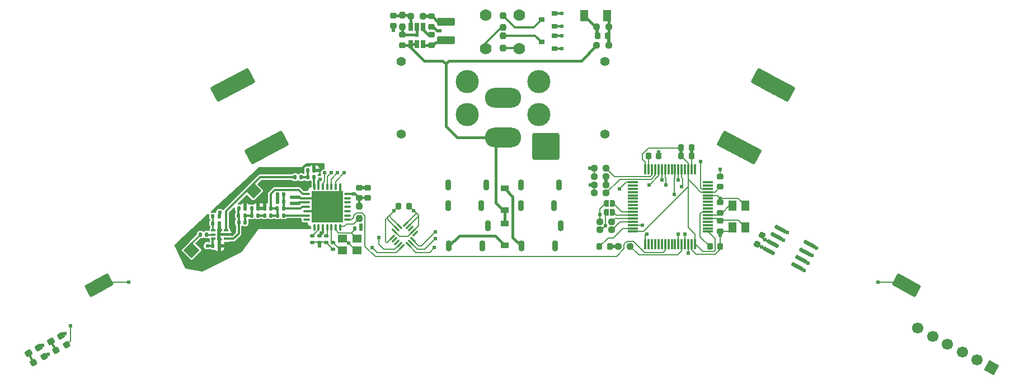
<source format=gtl>
G04 #@! TF.GenerationSoftware,KiCad,Pcbnew,(6.0.0)*
G04 #@! TF.CreationDate,2022-01-13T00:17:18-05:00*
G04 #@! TF.ProjectId,TGD,5447442e-6b69-4636-9164-5f7063625858,rev?*
G04 #@! TF.SameCoordinates,Original*
G04 #@! TF.FileFunction,Copper,L1,Top*
G04 #@! TF.FilePolarity,Positive*
%FSLAX46Y46*%
G04 Gerber Fmt 4.6, Leading zero omitted, Abs format (unit mm)*
G04 Created by KiCad (PCBNEW (6.0.0)) date 2022-01-13 00:17:18*
%MOMM*%
%LPD*%
G01*
G04 APERTURE LIST*
G04 Aperture macros list*
%AMRoundRect*
0 Rectangle with rounded corners*
0 $1 Rounding radius*
0 $2 $3 $4 $5 $6 $7 $8 $9 X,Y pos of 4 corners*
0 Add a 4 corners polygon primitive as box body*
4,1,4,$2,$3,$4,$5,$6,$7,$8,$9,$2,$3,0*
0 Add four circle primitives for the rounded corners*
1,1,$1+$1,$2,$3*
1,1,$1+$1,$4,$5*
1,1,$1+$1,$6,$7*
1,1,$1+$1,$8,$9*
0 Add four rect primitives between the rounded corners*
20,1,$1+$1,$2,$3,$4,$5,0*
20,1,$1+$1,$4,$5,$6,$7,0*
20,1,$1+$1,$6,$7,$8,$9,0*
20,1,$1+$1,$8,$9,$2,$3,0*%
%AMHorizOval*
0 Thick line with rounded ends*
0 $1 width*
0 $2 $3 position (X,Y) of the first rounded end (center of the circle)*
0 $4 $5 position (X,Y) of the second rounded end (center of the circle)*
0 Add line between two ends*
20,1,$1,$2,$3,$4,$5,0*
0 Add two circle primitives to create the rounded ends*
1,1,$1,$2,$3*
1,1,$1,$4,$5*%
%AMRotRect*
0 Rectangle, with rotation*
0 The origin of the aperture is its center*
0 $1 length*
0 $2 width*
0 $3 Rotation angle, in degrees counterclockwise*
0 Add horizontal line*
21,1,$1,$2,0,0,$3*%
%AMFreePoly0*
4,1,13,0.500000,-0.500000,0.000000,-0.500000,-0.095671,-0.480970,-0.176777,-0.426777,-0.230970,-0.345671,-0.250000,-0.250000,-0.250000,0.250000,-0.230970,0.345671,-0.176777,0.426777,-0.095671,0.480970,0.000000,0.500000,0.500000,0.500000,0.500000,-0.500000,0.500000,-0.500000,$1*%
%AMFreePoly1*
4,1,13,0.095671,0.480970,0.176777,0.426777,0.230970,0.345671,0.250000,0.250000,0.250000,-0.250000,0.230970,-0.345671,0.176777,-0.426777,0.095671,-0.480970,0.000000,-0.500000,-0.500000,-0.500000,-0.500000,0.500000,0.000000,0.500000,0.095671,0.480970,0.095671,0.480970,$1*%
G04 Aperture macros list end*
G04 #@! TA.AperFunction,SMDPad,CuDef*
%ADD10RoundRect,0.225000X0.225000X0.250000X-0.225000X0.250000X-0.225000X-0.250000X0.225000X-0.250000X0*%
G04 #@! TD*
G04 #@! TA.AperFunction,SMDPad,CuDef*
%ADD11RoundRect,0.225000X0.250000X-0.225000X0.250000X0.225000X-0.250000X0.225000X-0.250000X-0.225000X0*%
G04 #@! TD*
G04 #@! TA.AperFunction,SMDPad,CuDef*
%ADD12RoundRect,0.225000X-0.250000X0.225000X-0.250000X-0.225000X0.250000X-0.225000X0.250000X0.225000X0*%
G04 #@! TD*
G04 #@! TA.AperFunction,SMDPad,CuDef*
%ADD13RoundRect,0.140000X0.140000X0.170000X-0.140000X0.170000X-0.140000X-0.170000X0.140000X-0.170000X0*%
G04 #@! TD*
G04 #@! TA.AperFunction,SMDPad,CuDef*
%ADD14RoundRect,0.140000X0.170000X-0.140000X0.170000X0.140000X-0.170000X0.140000X-0.170000X-0.140000X0*%
G04 #@! TD*
G04 #@! TA.AperFunction,SMDPad,CuDef*
%ADD15RoundRect,0.140000X-0.170000X0.140000X-0.170000X-0.140000X0.170000X-0.140000X0.170000X0.140000X0*%
G04 #@! TD*
G04 #@! TA.AperFunction,SMDPad,CuDef*
%ADD16RoundRect,0.250000X1.075000X-0.375000X1.075000X0.375000X-1.075000X0.375000X-1.075000X-0.375000X0*%
G04 #@! TD*
G04 #@! TA.AperFunction,SMDPad,CuDef*
%ADD17R,0.900000X0.800000*%
G04 #@! TD*
G04 #@! TA.AperFunction,SMDPad,CuDef*
%ADD18RoundRect,0.237500X-0.250000X-0.237500X0.250000X-0.237500X0.250000X0.237500X-0.250000X0.237500X0*%
G04 #@! TD*
G04 #@! TA.AperFunction,SMDPad,CuDef*
%ADD19RoundRect,0.237500X0.250000X0.237500X-0.250000X0.237500X-0.250000X-0.237500X0.250000X-0.237500X0*%
G04 #@! TD*
G04 #@! TA.AperFunction,SMDPad,CuDef*
%ADD20RoundRect,0.237500X-0.237500X0.250000X-0.237500X-0.250000X0.237500X-0.250000X0.237500X0.250000X0*%
G04 #@! TD*
G04 #@! TA.AperFunction,SMDPad,CuDef*
%ADD21R,0.650000X1.220000*%
G04 #@! TD*
G04 #@! TA.AperFunction,SMDPad,CuDef*
%ADD22RotRect,1.000000X0.300000X45.000000*%
G04 #@! TD*
G04 #@! TA.AperFunction,SMDPad,CuDef*
%ADD23RotRect,0.300000X1.000000X45.000000*%
G04 #@! TD*
G04 #@! TA.AperFunction,SMDPad,CuDef*
%ADD24RoundRect,0.075000X0.075000X-0.425000X0.075000X0.425000X-0.075000X0.425000X-0.075000X-0.425000X0*%
G04 #@! TD*
G04 #@! TA.AperFunction,SMDPad,CuDef*
%ADD25RoundRect,0.075000X0.425000X-0.075000X0.425000X0.075000X-0.425000X0.075000X-0.425000X-0.075000X0*%
G04 #@! TD*
G04 #@! TA.AperFunction,SMDPad,CuDef*
%ADD26R,4.800000X4.800000*%
G04 #@! TD*
G04 #@! TA.AperFunction,SMDPad,CuDef*
%ADD27R,1.400000X1.200000*%
G04 #@! TD*
G04 #@! TA.AperFunction,ComponentPad*
%ADD28RoundRect,1.500000X-1.250000X0.000000X-1.250000X0.000000X1.250000X0.000000X1.250000X0.000000X0*%
G04 #@! TD*
G04 #@! TA.AperFunction,ComponentPad*
%ADD29C,1.400000*%
G04 #@! TD*
G04 #@! TA.AperFunction,ComponentPad*
%ADD30C,3.500000*%
G04 #@! TD*
G04 #@! TA.AperFunction,ComponentPad*
%ADD31C,1.778000*%
G04 #@! TD*
G04 #@! TA.AperFunction,SMDPad,CuDef*
%ADD32RoundRect,0.140000X-0.140000X-0.170000X0.140000X-0.170000X0.140000X0.170000X-0.140000X0.170000X0*%
G04 #@! TD*
G04 #@! TA.AperFunction,SMDPad,CuDef*
%ADD33R,1.300000X1.600000*%
G04 #@! TD*
G04 #@! TA.AperFunction,ComponentPad*
%ADD34RoundRect,0.200000X1.303591X-0.207727X0.546280X1.201698X-1.303591X0.207727X-0.546280X-1.201698X0*%
G04 #@! TD*
G04 #@! TA.AperFunction,ComponentPad*
%ADD35RoundRect,0.200000X-1.303591X0.207727X-0.546280X-1.201698X1.303591X-0.207727X0.546280X1.201698X0*%
G04 #@! TD*
G04 #@! TA.AperFunction,SMDPad,CuDef*
%ADD36RoundRect,0.147500X0.147500X0.172500X-0.147500X0.172500X-0.147500X-0.172500X0.147500X-0.172500X0*%
G04 #@! TD*
G04 #@! TA.AperFunction,SMDPad,CuDef*
%ADD37RoundRect,0.237500X0.107809X0.327541X-0.332636X0.090882X-0.107809X-0.327541X0.332636X-0.090882X0*%
G04 #@! TD*
G04 #@! TA.AperFunction,SMDPad,CuDef*
%ADD38R,1.200000X0.900000*%
G04 #@! TD*
G04 #@! TA.AperFunction,ComponentPad*
%ADD39RoundRect,0.250000X1.354210X-0.407571X0.407571X1.354210X-1.354210X0.407571X-0.407571X-1.354210X0*%
G04 #@! TD*
G04 #@! TA.AperFunction,ComponentPad*
%ADD40RoundRect,0.250000X0.407571X1.354210X-1.354210X0.407571X-0.407571X-1.354210X1.354210X-0.407571X0*%
G04 #@! TD*
G04 #@! TA.AperFunction,ComponentPad*
%ADD41RoundRect,0.250000X-0.407571X-1.354210X1.354210X-0.407571X0.407571X1.354210X-1.354210X0.407571X0*%
G04 #@! TD*
G04 #@! TA.AperFunction,ComponentPad*
%ADD42RoundRect,0.250000X-1.354210X0.407571X-0.407571X-1.354210X1.354210X-0.407571X0.407571X1.354210X0*%
G04 #@! TD*
G04 #@! TA.AperFunction,ComponentPad*
%ADD43RoundRect,0.200000X0.546280X-1.201698X1.303591X0.207727X-0.546280X1.201698X-1.303591X-0.207727X0*%
G04 #@! TD*
G04 #@! TA.AperFunction,ComponentPad*
%ADD44RoundRect,0.200000X-0.546280X1.201698X-1.303591X-0.207727X0.546280X-1.201698X1.303591X0.207727X0*%
G04 #@! TD*
G04 #@! TA.AperFunction,SMDPad,CuDef*
%ADD45RoundRect,0.150000X-0.797733X0.258355X0.655737X-0.522622X0.797733X-0.258355X-0.655737X0.522622X0*%
G04 #@! TD*
G04 #@! TA.AperFunction,SMDPad,CuDef*
%ADD46R,0.650000X0.400000*%
G04 #@! TD*
G04 #@! TA.AperFunction,SMDPad,CuDef*
%ADD47RoundRect,0.225000X-0.113726X0.316530X-0.326720X-0.079870X0.113726X-0.316530X0.326720X0.079870X0*%
G04 #@! TD*
G04 #@! TA.AperFunction,ComponentPad*
%ADD48RotRect,1.700000X1.700000X241.750000*%
G04 #@! TD*
G04 #@! TA.AperFunction,ComponentPad*
%ADD49HorizOval,1.700000X0.000000X0.000000X0.000000X0.000000X0*%
G04 #@! TD*
G04 #@! TA.AperFunction,SMDPad,CuDef*
%ADD50RoundRect,0.225000X-0.225000X-0.250000X0.225000X-0.250000X0.225000X0.250000X-0.225000X0.250000X0*%
G04 #@! TD*
G04 #@! TA.AperFunction,ComponentPad*
%ADD51RotRect,1.700000X1.700000X45.000000*%
G04 #@! TD*
G04 #@! TA.AperFunction,SMDPad,CuDef*
%ADD52R,1.300000X1.700000*%
G04 #@! TD*
G04 #@! TA.AperFunction,SMDPad,CuDef*
%ADD53RoundRect,0.147500X-0.147500X-0.172500X0.147500X-0.172500X0.147500X0.172500X-0.147500X0.172500X0*%
G04 #@! TD*
G04 #@! TA.AperFunction,ComponentPad*
%ADD54RoundRect,0.250000X1.000000X1.000000X-1.000000X1.000000X-1.000000X-1.000000X1.000000X-1.000000X0*%
G04 #@! TD*
G04 #@! TA.AperFunction,ComponentPad*
%ADD55RoundRect,0.250000X-1.000000X-1.000000X1.000000X-1.000000X1.000000X1.000000X-1.000000X1.000000X0*%
G04 #@! TD*
G04 #@! TA.AperFunction,ComponentPad*
%ADD56RoundRect,0.250000X-1.000000X1.000000X-1.000000X-1.000000X1.000000X-1.000000X1.000000X1.000000X0*%
G04 #@! TD*
G04 #@! TA.AperFunction,ComponentPad*
%ADD57RoundRect,0.250000X1.000000X-1.000000X1.000000X1.000000X-1.000000X1.000000X-1.000000X-1.000000X0*%
G04 #@! TD*
G04 #@! TA.AperFunction,SMDPad,CuDef*
%ADD58FreePoly0,0.000000*%
G04 #@! TD*
G04 #@! TA.AperFunction,SMDPad,CuDef*
%ADD59FreePoly1,0.000000*%
G04 #@! TD*
G04 #@! TA.AperFunction,ComponentPad*
%ADD60RoundRect,0.250000X-1.354210X-0.407571X0.407571X-1.354210X1.354210X0.407571X-0.407571X1.354210X0*%
G04 #@! TD*
G04 #@! TA.AperFunction,ComponentPad*
%ADD61RoundRect,0.250000X-0.407571X1.354210X-1.354210X-0.407571X0.407571X-1.354210X1.354210X0.407571X0*%
G04 #@! TD*
G04 #@! TA.AperFunction,ComponentPad*
%ADD62RoundRect,0.250000X0.407571X-1.354210X1.354210X0.407571X-0.407571X1.354210X-1.354210X-0.407571X0*%
G04 #@! TD*
G04 #@! TA.AperFunction,ComponentPad*
%ADD63RoundRect,0.250000X1.354210X0.407571X-0.407571X1.354210X-1.354210X-0.407571X0.407571X-1.354210X0*%
G04 #@! TD*
G04 #@! TA.AperFunction,SMDPad,CuDef*
%ADD64RoundRect,0.237500X0.140843X0.345291X-0.365670X0.073132X-0.140843X-0.345291X0.365670X-0.073132X0*%
G04 #@! TD*
G04 #@! TA.AperFunction,SMDPad,CuDef*
%ADD65RoundRect,0.135000X-0.135000X-0.185000X0.135000X-0.185000X0.135000X0.185000X-0.135000X0.185000X0*%
G04 #@! TD*
G04 #@! TA.AperFunction,SMDPad,CuDef*
%ADD66RoundRect,0.075000X0.700000X0.075000X-0.700000X0.075000X-0.700000X-0.075000X0.700000X-0.075000X0*%
G04 #@! TD*
G04 #@! TA.AperFunction,SMDPad,CuDef*
%ADD67RoundRect,0.075000X0.075000X0.700000X-0.075000X0.700000X-0.075000X-0.700000X0.075000X-0.700000X0*%
G04 #@! TD*
G04 #@! TA.AperFunction,ComponentPad*
%ADD68O,0.900000X1.700000*%
G04 #@! TD*
G04 #@! TA.AperFunction,ViaPad*
%ADD69C,0.609600*%
G04 #@! TD*
G04 #@! TA.AperFunction,Conductor*
%ADD70C,0.203200*%
G04 #@! TD*
G04 #@! TA.AperFunction,Conductor*
%ADD71C,0.406400*%
G04 #@! TD*
G04 #@! TA.AperFunction,Conductor*
%ADD72C,0.304800*%
G04 #@! TD*
G04 #@! TA.AperFunction,Conductor*
%ADD73C,0.250000*%
G04 #@! TD*
G04 APERTURE END LIST*
D10*
X15875000Y-4750000D03*
X14325000Y-4750000D03*
D11*
X-15212500Y-6150000D03*
X-15212500Y-4600000D03*
D12*
X-10812500Y-4600000D03*
X-10812500Y-6150000D03*
D11*
X-16575000Y-3237500D03*
X-16575000Y-1687500D03*
D12*
X-10812500Y-1800000D03*
X-10812500Y-3350000D03*
D13*
X-21464000Y-33908000D03*
X-22424000Y-33908000D03*
D14*
X-25744000Y-37032000D03*
X-25744000Y-36072000D03*
D15*
X-26739500Y-35079000D03*
X-26739500Y-36039000D03*
X-27755500Y-35079000D03*
X-27755500Y-36039000D03*
X-28835000Y-35079000D03*
X-28835000Y-36039000D03*
D14*
X-30950000Y-30130000D03*
X-30950000Y-29170000D03*
X-31890000Y-30120000D03*
X-31890000Y-29160000D03*
D16*
X-8606000Y-5371000D03*
X-8606000Y-2571000D03*
D17*
X7850000Y-3250000D03*
X7850000Y-1350000D03*
X5850000Y-2300000D03*
X7850000Y-6650000D03*
X7850000Y-4750000D03*
X5850000Y-5700000D03*
D18*
X14187500Y-6150000D03*
X16012500Y-6150000D03*
D19*
X16012500Y-3350000D03*
X14187500Y-3350000D03*
X15612500Y-28550000D03*
X13787500Y-28550000D03*
X15612500Y-24800000D03*
X13787500Y-24800000D03*
D20*
X0Y-1637500D03*
X0Y-3462500D03*
X0Y-4737500D03*
X0Y-6562500D03*
D19*
X-12100000Y-1775000D03*
X-13925000Y-1775000D03*
D20*
X-15212500Y-1562500D03*
X-15212500Y-3387500D03*
X-21723000Y-30582500D03*
X-21723000Y-32407500D03*
D21*
X-12062500Y-3365000D03*
X-13012500Y-3365000D03*
X-13962500Y-3365000D03*
X-13962500Y-5985000D03*
X-13012500Y-5985000D03*
X-12062500Y-5985000D03*
D22*
X-16732412Y-35318198D03*
X-16378858Y-35671751D03*
X-16025305Y-36025305D03*
X-15671751Y-36378858D03*
X-15318198Y-36732412D03*
D23*
X-14328249Y-36378858D03*
X-13974695Y-36025305D03*
X-13621142Y-35671751D03*
D22*
X-13267588Y-34681802D03*
X-13621142Y-34328249D03*
X-13974695Y-33974695D03*
X-14328249Y-33621142D03*
X-14681802Y-33267588D03*
D23*
X-15671751Y-33621142D03*
X-16025305Y-33974695D03*
X-16378858Y-34328249D03*
D24*
X-28550000Y-33750000D03*
X-27900000Y-33750000D03*
X-27250000Y-33750000D03*
X-26600000Y-33750000D03*
X-25950000Y-33750000D03*
X-25300000Y-33750000D03*
X-24650000Y-33750000D03*
D25*
X-23500000Y-32600000D03*
X-23500000Y-31950000D03*
X-23500000Y-31300000D03*
X-23500000Y-30650000D03*
X-23500000Y-30000000D03*
X-23500000Y-29350000D03*
X-23500000Y-28700000D03*
D24*
X-24650000Y-27550000D03*
X-25300000Y-27550000D03*
X-25950000Y-27550000D03*
X-26600000Y-27550000D03*
X-27250000Y-27550000D03*
X-27900000Y-27550000D03*
X-28550000Y-27550000D03*
D25*
X-29700000Y-28700000D03*
X-29700000Y-29350000D03*
X-29700000Y-30000000D03*
X-29700000Y-30650000D03*
X-29700000Y-31300000D03*
X-29700000Y-31950000D03*
X-29700000Y-32600000D03*
D26*
X-26600000Y-30650000D03*
D27*
X-22100000Y-35500000D03*
X-24300000Y-35500000D03*
X-24300000Y-37200000D03*
X-22100000Y-37200000D03*
D28*
X0Y-14150000D03*
X0Y-20150000D03*
D29*
X-15400000Y-19650000D03*
X-15400000Y-8650000D03*
D30*
X-5400000Y-11650000D03*
X-5400000Y-16650000D03*
D31*
X2514000Y-1578000D03*
X-2566000Y-1578000D03*
X-2566000Y-6658000D03*
X2514000Y-6658000D03*
D29*
X15400000Y-19650000D03*
X15400000Y-8650000D03*
D30*
X5400000Y-16650000D03*
X5400000Y-11650000D03*
D18*
X17437500Y-36650000D03*
X19262500Y-36650000D03*
D11*
X-21750000Y-29275000D03*
X-21750000Y-27725000D03*
D32*
X-38030000Y-30900000D03*
X-37070000Y-30900000D03*
D33*
X36700000Y-33800000D03*
X36700000Y-30500000D03*
X34700000Y-30500000D03*
X34700000Y-33800000D03*
D13*
X-35120000Y-30900000D03*
X-36080000Y-30900000D03*
D34*
X-61779777Y-42881670D03*
D35*
X-60430253Y-42156544D03*
D13*
X-42920000Y-33150000D03*
X-43880000Y-33150000D03*
D11*
X32900000Y-34325000D03*
X32900000Y-32775000D03*
D36*
X-37065000Y-31950000D03*
X-38035000Y-31950000D03*
D37*
X-69425408Y-53353941D03*
X-71033034Y-54217749D03*
D38*
X250000Y-31150000D03*
X250000Y-27850000D03*
D11*
X32900000Y-27625000D03*
X32900000Y-26075000D03*
D12*
X32900000Y-29975000D03*
X32900000Y-31525000D03*
D13*
X-42920000Y-36550000D03*
X-43880000Y-36550000D03*
D39*
X-42630499Y-13103887D03*
D40*
X-39106936Y-11210608D03*
X-40868717Y-12157248D03*
D41*
X-37518646Y-22617507D03*
D42*
X-35756865Y-21670868D03*
X-33995083Y-20724228D03*
D36*
X-28565000Y-26150000D03*
X-29535000Y-26150000D03*
D43*
X60430253Y-42156544D03*
D44*
X61779777Y-42881670D03*
D45*
X42021469Y-34000437D03*
X41420353Y-35119168D03*
X40819237Y-36237899D03*
X40218121Y-37356631D03*
X44578531Y-39699563D03*
X45179647Y-38580832D03*
X45780763Y-37462101D03*
X46381879Y-36343369D03*
D13*
X-35120000Y-31950000D03*
X-36080000Y-31950000D03*
D46*
X-41900000Y-35500000D03*
X-41900000Y-34850000D03*
X-41900000Y-34200000D03*
X-43800000Y-34200000D03*
X-43800000Y-34850000D03*
X-43800000Y-35500000D03*
D47*
X39216823Y-34917310D03*
X38483177Y-36282690D03*
D48*
X73970521Y-55052097D03*
D49*
X71733059Y-53849865D03*
X69495596Y-52647633D03*
X67258134Y-51445401D03*
X65020671Y-50243169D03*
X62783209Y-49040937D03*
D38*
X250000Y-33150000D03*
X250000Y-36450000D03*
D50*
X26975000Y-21650000D03*
X28525000Y-21650000D03*
D19*
X15612500Y-26050000D03*
X13787500Y-26050000D03*
D51*
X-47100000Y-37200000D03*
D52*
X15800000Y-1700000D03*
X12300000Y-1700000D03*
D53*
X-34155000Y-30900000D03*
X-33185000Y-30900000D03*
D18*
X14637500Y-32900000D03*
X16462500Y-32900000D03*
D51*
X-37750000Y-28200000D03*
D54*
X7266000Y-22266000D03*
D55*
X5734000Y-20734000D03*
D56*
X7266000Y-20734000D03*
D57*
X5734000Y-22266000D03*
D58*
X15500000Y-30100000D03*
D59*
X16700000Y-30100000D03*
D60*
X35756865Y-21670868D03*
D61*
X37518646Y-22617507D03*
D60*
X33995083Y-20724228D03*
D62*
X39106936Y-11210608D03*
D63*
X42630499Y-13103887D03*
D62*
X40868717Y-12157248D03*
D10*
X32875000Y-36650000D03*
X31325000Y-36650000D03*
D19*
X16462500Y-34100000D03*
X14637500Y-34100000D03*
D13*
X-39020000Y-33000000D03*
X-39980000Y-33000000D03*
D64*
X-70258442Y-51971690D03*
X-71800000Y-52800000D03*
D58*
X15500000Y-31500000D03*
D59*
X16700000Y-31500000D03*
D32*
X-39980000Y-30900000D03*
X-39020000Y-30900000D03*
D50*
X14625000Y-36650000D03*
X16175000Y-36650000D03*
D19*
X15612500Y-27300000D03*
X13787500Y-27300000D03*
D37*
X-66025408Y-51553941D03*
X-67633034Y-52417749D03*
D65*
X-43910000Y-32100000D03*
X-42890000Y-32100000D03*
D32*
X-29530000Y-25100000D03*
X-28570000Y-25100000D03*
D36*
X-33165000Y-31950000D03*
X-34135000Y-31950000D03*
D13*
X-33170000Y-29850000D03*
X-34130000Y-29850000D03*
D50*
X26975000Y-22950000D03*
X28525000Y-22950000D03*
D13*
X-33170000Y-28800000D03*
X-34130000Y-28800000D03*
D66*
X30975000Y-34400000D03*
X30975000Y-33900000D03*
X30975000Y-33400000D03*
X30975000Y-32900000D03*
X30975000Y-32400000D03*
X30975000Y-31900000D03*
X30975000Y-31400000D03*
X30975000Y-30900000D03*
X30975000Y-30400000D03*
X30975000Y-29900000D03*
X30975000Y-29400000D03*
X30975000Y-28900000D03*
X30975000Y-28400000D03*
X30975000Y-27900000D03*
X30975000Y-27400000D03*
X30975000Y-26900000D03*
D67*
X29050000Y-24975000D03*
X28550000Y-24975000D03*
X28050000Y-24975000D03*
X27550000Y-24975000D03*
X27050000Y-24975000D03*
X26550000Y-24975000D03*
X26050000Y-24975000D03*
X25550000Y-24975000D03*
X25050000Y-24975000D03*
X24550000Y-24975000D03*
X24050000Y-24975000D03*
X23550000Y-24975000D03*
X23050000Y-24975000D03*
X22550000Y-24975000D03*
X22050000Y-24975000D03*
X21550000Y-24975000D03*
D66*
X19625000Y-26900000D03*
X19625000Y-27400000D03*
X19625000Y-27900000D03*
X19625000Y-28400000D03*
X19625000Y-28900000D03*
X19625000Y-29400000D03*
X19625000Y-29900000D03*
X19625000Y-30400000D03*
X19625000Y-30900000D03*
X19625000Y-31400000D03*
X19625000Y-31900000D03*
X19625000Y-32400000D03*
X19625000Y-32900000D03*
X19625000Y-33400000D03*
X19625000Y-33900000D03*
X19625000Y-34400000D03*
D67*
X21550000Y-36325000D03*
X22050000Y-36325000D03*
X22550000Y-36325000D03*
X23050000Y-36325000D03*
X23550000Y-36325000D03*
X24050000Y-36325000D03*
X24550000Y-36325000D03*
X25050000Y-36325000D03*
X25550000Y-36325000D03*
X26050000Y-36325000D03*
X26550000Y-36325000D03*
X27050000Y-36325000D03*
X27550000Y-36325000D03*
X28050000Y-36325000D03*
X28550000Y-36325000D03*
X29050000Y-36325000D03*
D50*
X22025000Y-22950000D03*
X23575000Y-22950000D03*
D64*
X-66858442Y-50171690D03*
X-68400000Y-51000000D03*
D50*
X-15775000Y-30550000D03*
X-14225000Y-30550000D03*
D36*
X-39020000Y-31950000D03*
X-39990000Y-31950000D03*
D32*
X-31480000Y-26150000D03*
X-30520000Y-26150000D03*
D13*
X-44820000Y-34850000D03*
X-45780000Y-34850000D03*
D11*
X-20450000Y-29275000D03*
X-20450000Y-27725000D03*
D68*
X2800000Y-36600000D03*
X7930000Y-36600000D03*
X2760000Y-27300000D03*
X8460000Y-27300000D03*
X7710000Y-30500000D03*
X2760000Y-30500000D03*
X8750000Y-33550000D03*
X-8200000Y-36600000D03*
X-3070000Y-36600000D03*
X-8240000Y-27300000D03*
X-2540000Y-27300000D03*
X-3290000Y-30500000D03*
X-8240000Y-30500000D03*
X-2250000Y-33550000D03*
D69*
X-45450000Y-39500000D03*
X32900000Y-34925000D03*
X-35900000Y-27300000D03*
X-34250000Y-25300000D03*
X-44950000Y-33650000D03*
X39152806Y-36697194D03*
X-48900000Y-36750000D03*
X-26676000Y-28828000D03*
X-47600000Y-39050000D03*
X-41050000Y-32200000D03*
X-27500000Y-24500000D03*
X-19800000Y-36800000D03*
X-21469000Y-33463500D03*
X14287500Y-4050000D03*
X-30550000Y-25150000D03*
X16800000Y-36650000D03*
X-24771000Y-32511000D03*
X-33100000Y-33000000D03*
X-35500000Y-33100000D03*
X-37850000Y-33200000D03*
X-32150000Y-27200000D03*
X-23350000Y-36150000D03*
X-31200000Y-33100000D03*
X-26676000Y-30733000D03*
X-40000000Y-37000000D03*
X-26676000Y-32511000D03*
X-39200000Y-34950000D03*
X-32300000Y-25300000D03*
X-36050000Y-29650000D03*
X-66250000Y-49850000D03*
X28525000Y-22250000D03*
X-21100000Y-27725000D03*
X-13500000Y-31200000D03*
X-27750000Y-36600000D03*
X-39850000Y-28100000D03*
X-47100000Y-35050000D03*
X-28454000Y-32511000D03*
X-28454000Y-28828000D03*
X-44050000Y-37650000D03*
X-13012500Y-4675000D03*
X23600000Y-22350000D03*
X-38800000Y-29650000D03*
X-34130000Y-29330000D03*
X-69650000Y-51650000D03*
X-28454000Y-30733000D03*
X-29900000Y-27450000D03*
X-31430000Y-29180000D03*
X-38200000Y-26500000D03*
X32900000Y-25000000D03*
X-41400000Y-29700000D03*
X-36400000Y-25250000D03*
X-40850000Y-34000000D03*
X-42500000Y-38500000D03*
X-9550000Y-3950000D03*
X-24771000Y-28828000D03*
X-24771000Y-30733000D03*
X32900000Y-29350000D03*
X-41600000Y-36500000D03*
X-16550000Y-3850000D03*
X-27500000Y-34650000D03*
X26975000Y-22275000D03*
X-68800000Y-53000000D03*
X39631455Y-35618545D03*
X-22575000Y-28700000D03*
X8900000Y-4750000D03*
X46800000Y-38000000D03*
X-11425000Y-1775000D03*
X8900000Y-1350000D03*
X47400000Y-36900000D03*
X-31410000Y-30130000D03*
X15612500Y-26687500D03*
X-16462500Y-31237500D03*
X-44700000Y-36550000D03*
X13200000Y-27300000D03*
X8900000Y-3250000D03*
X8900000Y-6650000D03*
X13150000Y-24800000D03*
X-25000000Y-25500000D03*
X26550000Y-26550000D03*
X-10200000Y-35450000D03*
X42400000Y-35700000D03*
X45550000Y-40250000D03*
X-26000000Y-25500000D03*
X25950000Y-28750000D03*
X-10350000Y-36850000D03*
X-24000000Y-25500000D03*
X27050000Y-27550000D03*
X-18800000Y-35300000D03*
X46150000Y-39150000D03*
X21100000Y-33400000D03*
X21750000Y-34750000D03*
X16037500Y-5450000D03*
X29900000Y-23800000D03*
X15550000Y-33500000D03*
X14650000Y-31800000D03*
X-56638214Y-42038214D03*
X26550000Y-34750000D03*
X56791030Y-42041030D03*
X27550000Y-34750000D03*
X43000000Y-34550000D03*
X24650000Y-27350000D03*
X24050000Y-26550000D03*
X-10200000Y-34450000D03*
X-27000000Y-25500000D03*
X22150000Y-27300000D03*
X-42850000Y-31500000D03*
X-27650000Y-26500000D03*
X-65400000Y-48650000D03*
X17650000Y-27900000D03*
X28050000Y-37700000D03*
D70*
X-27670500Y-35982000D02*
X-27724000Y-35982000D01*
X32900000Y-29350000D02*
X35550000Y-29350000D01*
X-15607107Y-35100000D02*
X-14392893Y-35100000D01*
D71*
X-9550000Y-3950000D02*
X-9950000Y-3950000D01*
D70*
X32450000Y-28900000D02*
X32900000Y-29350000D01*
X-13500000Y-31200000D02*
X-14150000Y-30550000D01*
X-28724000Y-35962000D02*
X-28744000Y-35982000D01*
D71*
X-9950000Y-3950000D02*
X-10550000Y-3350000D01*
D70*
X-13150000Y-31550000D02*
X-13200000Y-31500000D01*
D72*
X-29587500Y-31300000D02*
X-27250000Y-31300000D01*
X-24650000Y-27550000D02*
X-24650000Y-28707000D01*
D70*
X28550000Y-24975000D02*
X28550000Y-23075000D01*
X32875000Y-36650000D02*
X32875000Y-34350000D01*
X-25744000Y-37032000D02*
X-26739500Y-36039000D01*
D73*
X-42850000Y-34850000D02*
X-42920000Y-34780000D01*
D71*
X-13012500Y-4675000D02*
X-13012500Y-3365000D01*
X-10550000Y-3350000D02*
X-10812500Y-3350000D01*
D70*
X-21469000Y-33903000D02*
X-21464000Y-33908000D01*
D71*
X-24650000Y-28700000D02*
X-26600000Y-30650000D01*
D72*
X-24650000Y-28707000D02*
X-24771000Y-28828000D01*
D70*
X28525000Y-21750000D02*
X28525000Y-22350000D01*
D71*
X13950000Y-3350000D02*
X12300000Y-1700000D01*
X-15212500Y-4600000D02*
X-15212500Y-3387500D01*
D72*
X-36575000Y-30900000D02*
X-36080000Y-30900000D01*
X-30950000Y-29170000D02*
X-30755000Y-29170000D01*
D70*
X-21469000Y-33463500D02*
X-21469000Y-33903000D01*
D72*
X14325000Y-3487500D02*
X14187500Y-3350000D01*
D70*
X28550000Y-23075000D02*
X28525000Y-23050000D01*
X-13200000Y-31500000D02*
X-13500000Y-31200000D01*
X-16378858Y-34328249D02*
X-15607107Y-35100000D01*
D72*
X-28976000Y-29350000D02*
X-29025000Y-29350000D01*
X14325000Y-4750000D02*
X14325000Y-3487500D01*
D70*
X-14392893Y-35100000D02*
X-13621142Y-34328249D01*
X16800000Y-36650000D02*
X17437500Y-36650000D01*
D73*
X-41900000Y-34850000D02*
X-42850000Y-34850000D01*
D70*
X-26744000Y-35982000D02*
X-27670500Y-35982000D01*
X28550000Y-37131914D02*
X29246926Y-37828840D01*
X34175000Y-34325000D02*
X34700000Y-33800000D01*
X-12800000Y-31900000D02*
X-13200000Y-31500000D01*
D73*
X-42920000Y-34780000D02*
X-42920000Y-33150000D01*
D70*
X35550000Y-29350000D02*
X36700000Y-30500000D01*
D72*
X-31850000Y-29170000D02*
X-30950000Y-29170000D01*
X-30575000Y-29350000D02*
X-29700000Y-29350000D01*
D70*
X30975000Y-28900000D02*
X32450000Y-28900000D01*
X-14681802Y-33267588D02*
X-14667588Y-33267588D01*
X32900000Y-26075000D02*
X32900000Y-25000000D01*
D72*
X39152806Y-36697194D02*
X38483177Y-36282690D01*
D71*
X-15212500Y-4600000D02*
X-13087500Y-4600000D01*
D70*
X32900000Y-34325000D02*
X34175000Y-34325000D01*
D71*
X-13087500Y-4600000D02*
X-13012500Y-4675000D01*
D70*
X29246926Y-37828840D02*
X32090692Y-37828840D01*
X-27755500Y-35973500D02*
X-27744000Y-35962000D01*
D72*
X-30755000Y-29170000D02*
X-30575000Y-29350000D01*
D73*
X-42920000Y-36550000D02*
X-42920000Y-34780000D01*
D70*
X32875000Y-34350000D02*
X32900000Y-34325000D01*
X-27900000Y-29350000D02*
X-26600000Y-30650000D01*
D72*
X-21100000Y-27725000D02*
X-21750000Y-27725000D01*
D71*
X14187500Y-3350000D02*
X13950000Y-3350000D01*
D70*
X-14667588Y-33267588D02*
X-13150000Y-31750000D01*
X32090692Y-37828840D02*
X32875000Y-37044532D01*
X16175000Y-36650000D02*
X16800000Y-36650000D01*
X-14328249Y-33621142D02*
X-14321142Y-33621142D01*
X-12800000Y-32100000D02*
X-12800000Y-31900000D01*
X-19050000Y-37550000D02*
X-16135786Y-37550000D01*
X14187500Y-4612500D02*
X14325000Y-4750000D01*
X28525000Y-22350000D02*
X28525000Y-23050000D01*
D72*
X40218121Y-37356631D02*
X39152806Y-36697194D01*
D70*
X-14150000Y-30550000D02*
X-14225000Y-30550000D01*
X-27744000Y-35962000D02*
X-28724000Y-35962000D01*
X-19800000Y-36800000D02*
X-19050000Y-37550000D01*
X28550000Y-36325000D02*
X28550000Y-37131914D01*
X-27755500Y-36384500D02*
X-27755500Y-35973500D01*
D71*
X-13012500Y-3365000D02*
X-13012500Y-3389722D01*
D72*
X-20450000Y-27725000D02*
X-21100000Y-27725000D01*
X-27250000Y-31300000D02*
X-26600000Y-30650000D01*
D70*
X-14321142Y-33621142D02*
X-12800000Y-32100000D01*
X-16135786Y-37550000D02*
X-15318198Y-36732412D01*
D72*
X-29025000Y-29350000D02*
X-29700000Y-29350000D01*
D70*
X-15318198Y-36732412D02*
X-15332412Y-36732412D01*
X-27724000Y-35982000D02*
X-27744000Y-35962000D01*
D72*
X-37070000Y-30900000D02*
X-36575000Y-30900000D01*
D70*
X-22398000Y-37102000D02*
X-24098000Y-35402000D01*
X32900000Y-29350000D02*
X32900000Y-29975000D01*
X-13621142Y-34328249D02*
X-12800000Y-33507107D01*
X-28456750Y-31300000D02*
X-29643250Y-31300000D01*
X-13150000Y-31750000D02*
X-13150000Y-31550000D01*
X-12800000Y-33507107D02*
X-12800000Y-31900000D01*
X32875000Y-37044532D02*
X32875000Y-36650000D01*
X-22144000Y-37102000D02*
X-22398000Y-37102000D01*
D72*
X-34130000Y-29850000D02*
X-34130000Y-29330000D01*
D70*
X-24098000Y-35402000D02*
X-24344000Y-35402000D01*
D72*
X-34130000Y-29330000D02*
X-34130000Y-28800000D01*
X-28454000Y-28828000D02*
X-28976000Y-29350000D01*
D71*
X-10812500Y-1800000D02*
X-10812500Y-1800000D01*
D70*
X15612500Y-26687500D02*
X15612500Y-26050000D01*
X29050000Y-34750000D02*
X29050000Y-36325000D01*
X28050000Y-27593111D02*
X28050000Y-27500000D01*
D71*
X-10812500Y-1800000D02*
X-10631250Y-1800000D01*
D72*
X-43880000Y-36550000D02*
X-44700000Y-36550000D01*
X-30820000Y-30000000D02*
X-30950000Y-30130000D01*
D70*
X-16703554Y-32596446D02*
X-17100000Y-32200000D01*
D71*
X-11425000Y-1775000D02*
X-10837500Y-1775000D01*
D70*
X-17412500Y-32187500D02*
X-17800000Y-32575000D01*
D72*
X8900000Y-4750000D02*
X7850000Y-4750000D01*
D70*
X21550000Y-24975000D02*
X21550000Y-23900000D01*
X-17464214Y-36050000D02*
X-16732412Y-35318198D01*
X26975000Y-21750000D02*
X26975000Y-22375000D01*
X29950000Y-28400000D02*
X29050000Y-27500000D01*
X26880911Y-21744089D02*
X26975000Y-21650000D01*
X21243111Y-34400000D02*
X28050000Y-27593111D01*
D72*
X-27250000Y-34573500D02*
X-27250000Y-33750000D01*
X8900000Y-1350000D02*
X7850000Y-1350000D01*
X-16550000Y-3262500D02*
X-16575000Y-3237500D01*
X-21744000Y-29906000D02*
X-21750000Y-29900000D01*
D70*
X-17800000Y-35900000D02*
X-17650000Y-36050000D01*
X-17112500Y-31887500D02*
X-16750000Y-31525000D01*
D71*
X-10631250Y-1800000D02*
X-9860250Y-2571000D01*
D70*
X-16696446Y-32596446D02*
X-16750000Y-32542893D01*
D71*
X-10837500Y-1775000D02*
X-10812500Y-1800000D01*
D70*
X26975000Y-22375000D02*
X26975000Y-23050000D01*
D72*
X-21750000Y-30555500D02*
X-21723000Y-30582500D01*
X-68800000Y-53000000D02*
X-69425408Y-53353941D01*
D70*
X-21744000Y-29906000D02*
X-21744000Y-30739500D01*
X22205911Y-21744089D02*
X26880911Y-21744089D01*
X30975000Y-28400000D02*
X32125000Y-28400000D01*
D72*
X-22575000Y-28700000D02*
X-23612500Y-28700000D01*
D70*
X-16750000Y-31525000D02*
X-16462500Y-31237500D01*
D72*
X-22325000Y-28700000D02*
X-22575000Y-28700000D01*
D70*
X28050000Y-24000000D02*
X28050000Y-24975000D01*
X29125000Y-36325000D02*
X30226120Y-37426120D01*
X28050000Y-27500000D02*
X28050000Y-33750000D01*
X21100000Y-23450000D02*
X21100000Y-22655954D01*
X-15671751Y-33621142D02*
X-16696446Y-32596446D01*
D72*
X-16550000Y-3850000D02*
X-16550000Y-3262500D01*
D70*
X21100000Y-22655954D02*
X22005954Y-21750000D01*
X28050000Y-33750000D02*
X29050000Y-34750000D01*
D72*
X-29700000Y-30000000D02*
X-30820000Y-30000000D01*
D70*
X19625000Y-34400000D02*
X21243111Y-34400000D01*
D71*
X-9860250Y-2571000D02*
X-8606000Y-2571000D01*
D72*
X-30950000Y-30130000D02*
X-31530000Y-30130000D01*
D71*
X-12237500Y-1637500D02*
X-12100000Y-1775000D01*
D72*
X-43880000Y-35980000D02*
X-43880000Y-35580000D01*
D70*
X22005954Y-21750000D02*
X22200000Y-21750000D01*
D72*
X39631455Y-35618545D02*
X39500000Y-35550000D01*
D70*
X28050000Y-27500000D02*
X28050000Y-26500000D01*
X32076120Y-37273880D02*
X32076120Y-35501120D01*
D72*
X39500000Y-35550000D02*
X39216823Y-34917310D01*
D70*
X-17100000Y-31900000D02*
X-17112500Y-31887500D01*
X30226120Y-37426120D02*
X31923880Y-37426120D01*
X-17412500Y-32187500D02*
X-17112500Y-31887500D01*
X-16696446Y-32596446D02*
X-16703554Y-32596446D01*
X30975000Y-28400000D02*
X29950000Y-28400000D01*
X-17400000Y-32200000D02*
X-17412500Y-32187500D01*
D72*
X-27250000Y-33637500D02*
X-27250000Y-34325000D01*
D70*
X31923880Y-37426120D02*
X32076120Y-37273880D01*
D72*
X-21750000Y-29900000D02*
X-21750000Y-29275000D01*
D70*
X-17800000Y-32575000D02*
X-17800000Y-35900000D01*
X28050000Y-24975000D02*
X28050000Y-26500000D01*
X32125000Y-28400000D02*
X32900000Y-27625000D01*
X22200000Y-21750000D02*
X22205911Y-21744089D01*
X28050000Y-26500000D02*
X29050000Y-27500000D01*
D72*
X-43880000Y-35580000D02*
X-43800000Y-35500000D01*
D70*
X26975000Y-22950000D02*
X28050000Y-24025000D01*
D71*
X-12100000Y-1775000D02*
X-11425000Y-1775000D01*
D72*
X-21750000Y-29275000D02*
X-22325000Y-28700000D01*
D70*
X-17400000Y-32600000D02*
X-17400000Y-32200000D01*
D72*
X-43880000Y-36550000D02*
X-43880000Y-35980000D01*
D70*
X29050000Y-36325000D02*
X29125000Y-36325000D01*
D72*
X-20450000Y-29275000D02*
X-21750000Y-29275000D01*
D70*
X-17100000Y-32200000D02*
X-17100000Y-31900000D01*
D72*
X-21750000Y-29275000D02*
X-21750000Y-30555500D01*
D70*
X21550000Y-23900000D02*
X21100000Y-23450000D01*
D72*
X-27755500Y-35079000D02*
X-27250000Y-34573500D01*
X-31530000Y-30130000D02*
X-31850000Y-30130000D01*
D70*
X-17650000Y-36050000D02*
X-17464214Y-36050000D01*
D72*
X40819237Y-36237899D02*
X39631455Y-35618545D01*
D70*
X15612500Y-27300000D02*
X15612500Y-26687500D01*
X-16462500Y-31237500D02*
X-15775000Y-30550000D01*
X32076120Y-35501120D02*
X30975000Y-34400000D01*
X-16025305Y-33974695D02*
X-17400000Y-32600000D01*
X29850000Y-35175000D02*
X29850000Y-31718086D01*
X30168086Y-31400000D02*
X30975000Y-31400000D01*
X31325000Y-36650000D02*
X29850000Y-35175000D01*
X29850000Y-31718086D02*
X30168086Y-31400000D01*
X32525000Y-32400000D02*
X32900000Y-32775000D01*
X30975000Y-32400000D02*
X32525000Y-32400000D01*
X32976111Y-32698889D02*
X35598889Y-32698889D01*
X35598889Y-32698889D02*
X36700000Y-33800000D01*
X32900000Y-32775000D02*
X32976111Y-32698889D01*
X34200000Y-30500000D02*
X34700000Y-30500000D01*
X30975000Y-31900000D02*
X32525000Y-31900000D01*
X33175000Y-31525000D02*
X34200000Y-30500000D01*
X32525000Y-31900000D02*
X32900000Y-31525000D01*
X32900000Y-31525000D02*
X33175000Y-31525000D01*
D71*
X-11950000Y-8500000D02*
X-13962500Y-6487500D01*
X-14127500Y-6150000D02*
X-13962500Y-5985000D01*
X-8650000Y-9000000D02*
X-8150000Y-8500000D01*
X-6950000Y-20150000D02*
X-8650000Y-18450000D01*
X11837500Y-8500000D02*
X14187500Y-6150000D01*
X-15212500Y-6150000D02*
X-14127500Y-6150000D01*
X0Y-20150000D02*
X-6950000Y-20150000D01*
X-13962500Y-6487500D02*
X-13962500Y-5985000D01*
X250000Y-31150000D02*
X50000Y-31150000D01*
X-13962500Y-5985000D02*
X-13012500Y-5985000D01*
X-9150000Y-8500000D02*
X-11950000Y-8500000D01*
X-8650000Y-9000000D02*
X-9150000Y-8500000D01*
X-1050000Y-21200000D02*
X0Y-20150000D01*
X50000Y-31150000D02*
X-1050000Y-30050000D01*
X-8150000Y-8500000D02*
X11837500Y-8500000D01*
X-8650000Y-18450000D02*
X-8650000Y-9000000D01*
X-1050000Y-30050000D02*
X-1050000Y-21200000D01*
X250000Y-33150000D02*
X250000Y-31150000D01*
X-10193500Y-5749000D02*
X-8984000Y-5749000D01*
X-11897500Y-6150000D02*
X-12062500Y-5985000D01*
X-10737500Y-6075000D02*
X-10812500Y-6150000D01*
X-10812500Y-6150000D02*
X-10594500Y-6150000D01*
X-10594500Y-6150000D02*
X-10193500Y-5749000D01*
X-8984000Y-5749000D02*
X-8606000Y-5371000D01*
X-10812500Y-6150000D02*
X-11897500Y-6150000D01*
X-11287500Y-4600000D02*
X-12062500Y-3825000D01*
X-10812500Y-4600000D02*
X-11287500Y-4600000D01*
X-12062500Y-3825000D02*
X-12062500Y-3365000D01*
X-13962500Y-3365000D02*
X-13962500Y-1812500D01*
X-15212500Y-1562500D02*
X-14137500Y-1562500D01*
D72*
X-15337500Y-1687500D02*
X-15212500Y-1562500D01*
D71*
X-13962500Y-1812500D02*
X-13925000Y-1775000D01*
X-16575000Y-1687500D02*
X-15337500Y-1687500D01*
X-14137500Y-1562500D02*
X-13925000Y-1775000D01*
D70*
X-25300000Y-34131914D02*
X-24833914Y-34598000D01*
X-22424000Y-34074000D02*
X-22424000Y-33908000D01*
X-25300000Y-33750000D02*
X-25300000Y-34131914D01*
X-25300000Y-34019414D02*
X-25300000Y-33637500D01*
X-22948000Y-34598000D02*
X-22424000Y-34074000D01*
X-22144000Y-35402000D02*
X-22648000Y-34898000D01*
X-22948000Y-34598000D02*
X-22648000Y-34898000D01*
X-24833914Y-34598000D02*
X-22948000Y-34598000D01*
X-25950000Y-33637500D02*
X-25950000Y-35866000D01*
X-24714000Y-37102000D02*
X-24344000Y-37102000D01*
X-25950000Y-35866000D02*
X-25744000Y-36072000D01*
X-25744000Y-36072000D02*
X-24714000Y-37102000D01*
X-26600000Y-34878000D02*
X-26744000Y-35022000D01*
X-26600000Y-33637500D02*
X-26600000Y-34878000D01*
X-27900000Y-33750000D02*
X-27900000Y-34144000D01*
X-27900000Y-33637500D02*
X-27900000Y-33989000D01*
X-27900000Y-34144000D02*
X-28835000Y-35079000D01*
D72*
X-37065000Y-31950000D02*
X-36080000Y-31950000D01*
D73*
X-47100000Y-36170000D02*
X-47100000Y-38000000D01*
X-45780000Y-34850000D02*
X-47100000Y-36170000D01*
D70*
X22075000Y-23050000D02*
X22075000Y-24950000D01*
X22075000Y-24950000D02*
X22050000Y-24975000D01*
D72*
X4700000Y-3450000D02*
X5850000Y-2300000D01*
X0Y-1637500D02*
X1812500Y-3450000D01*
X1812500Y-3450000D02*
X4700000Y-3450000D01*
D70*
X13787500Y-27300000D02*
X13787500Y-27312500D01*
X13787500Y-27312500D02*
X13787500Y-28550000D01*
D72*
X7850000Y-3250000D02*
X8900000Y-3250000D01*
X0Y-4737500D02*
X4887500Y-4737500D01*
X4887500Y-4737500D02*
X5850000Y-5700000D01*
X8900000Y-6650000D02*
X7850000Y-6650000D01*
D70*
X13787500Y-26050000D02*
X13787500Y-24800000D01*
X20562500Y-37950000D02*
X26400000Y-37950000D01*
X27050000Y-37300000D02*
X27050000Y-36325000D01*
X19262500Y-36650000D02*
X20562500Y-37950000D01*
X26400000Y-37950000D02*
X27050000Y-37300000D01*
X-12900000Y-37100000D02*
X-11850000Y-37100000D01*
X26550000Y-26550000D02*
X26550000Y-24975000D01*
X-11850000Y-37100000D02*
X-10200000Y-35450000D01*
X-25950000Y-26450000D02*
X-25000000Y-25500000D01*
X-13974695Y-36025305D02*
X-12900000Y-37100000D01*
X-25950000Y-27550000D02*
X-25950000Y-26450000D01*
X25947071Y-27447071D02*
X25944089Y-27444089D01*
X25944089Y-27444089D02*
X25944089Y-26299022D01*
X-26600000Y-27550000D02*
X-26597280Y-27547280D01*
X25944089Y-26299022D02*
X26050000Y-26193111D01*
X-26597280Y-27547280D02*
X-26597280Y-26097280D01*
X26050000Y-26193111D02*
X26050000Y-24975000D01*
X-11050000Y-37550000D02*
X-10350000Y-36850000D01*
X-14328249Y-36378858D02*
X-13157107Y-37550000D01*
X-26597280Y-26097280D02*
X-26000000Y-25500000D01*
X25947071Y-28747071D02*
X25947071Y-27447071D01*
X25950000Y-28750000D02*
X25947071Y-28747071D01*
X-13157107Y-37550000D02*
X-11050000Y-37550000D01*
X-23599401Y-33244401D02*
X-22559901Y-33244401D01*
X-23992500Y-33637500D02*
X-23599401Y-33244401D01*
X-24650000Y-33637500D02*
X-23992500Y-33637500D01*
X-22559901Y-33244401D02*
X-21723000Y-32407500D01*
X-18800000Y-36300000D02*
X-18000000Y-37100000D01*
X-24015234Y-25500000D02*
X-24000000Y-25500000D01*
X-18000000Y-37100000D02*
X-16392893Y-37100000D01*
X27200000Y-26343111D02*
X27200000Y-27400000D01*
X27050000Y-26193111D02*
X27200000Y-26343111D01*
X-18800000Y-35300000D02*
X-18800000Y-36300000D01*
X-16392893Y-37100000D02*
X-15671751Y-36378858D01*
X-25300000Y-26784766D02*
X-24015234Y-25500000D01*
X27050000Y-24975000D02*
X27050000Y-26193111D01*
X-25300000Y-27550000D02*
X-25300000Y-26784766D01*
X27200000Y-27400000D02*
X27050000Y-27550000D01*
X16700000Y-35350000D02*
X18150000Y-33900000D01*
X14625000Y-36650000D02*
X15925000Y-35350000D01*
X18150000Y-33900000D02*
X19625000Y-33900000D01*
X15925000Y-35350000D02*
X16700000Y-35350000D01*
D72*
X-35120000Y-30900000D02*
X-35120000Y-28670000D01*
X-30882160Y-28100000D02*
X-30282160Y-28700000D01*
X-30282160Y-28700000D02*
X-29700000Y-28700000D01*
X-34155000Y-30900000D02*
X-35120000Y-30900000D01*
X-35120000Y-28670000D02*
X-34550000Y-28100000D01*
X-35120000Y-31950000D02*
X-34135000Y-31950000D01*
X-34135000Y-31950000D02*
X-34135000Y-30920000D01*
X-34550000Y-28100000D02*
X-30882160Y-28100000D01*
X-34135000Y-30920000D02*
X-34155000Y-30900000D01*
X-38030000Y-30900000D02*
X-38030000Y-31945000D01*
X-39020000Y-33000000D02*
X-39020000Y-31950000D01*
X-38030000Y-31945000D02*
X-38035000Y-31950000D01*
X-39020000Y-31950000D02*
X-38035000Y-31950000D01*
X-39990000Y-30910000D02*
X-39980000Y-30900000D01*
X-39980000Y-31960000D02*
X-39990000Y-31950000D01*
X-41900000Y-35500000D02*
X-40760000Y-35500000D01*
X-40760000Y-35500000D02*
X-39980000Y-34720000D01*
X-39990000Y-31950000D02*
X-39990000Y-30910000D01*
X-39980000Y-33000000D02*
X-39980000Y-31960000D01*
X-39980000Y-34720000D02*
X-39980000Y-33000000D01*
X-41900000Y-31345232D02*
X-41900000Y-34200000D01*
X-31480000Y-26150000D02*
X-36704768Y-26150000D01*
X-36704768Y-26150000D02*
X-41900000Y-31345232D01*
D73*
X-43800000Y-34850000D02*
X-44820000Y-34850000D01*
D72*
X-30600000Y-30900000D02*
X-33185000Y-30900000D01*
X-33170000Y-30885000D02*
X-33185000Y-30900000D01*
X-33170000Y-28800000D02*
X-33170000Y-29850000D01*
X-33170000Y-29850000D02*
X-33170000Y-30885000D01*
X-29587500Y-30650000D02*
X-30350000Y-30650000D01*
X-30350000Y-30650000D02*
X-30600000Y-30900000D01*
D70*
X21100000Y-33400000D02*
X19625000Y-33400000D01*
X21550000Y-34750000D02*
X21550000Y-36325000D01*
X16012500Y-6150000D02*
X16012500Y-6150000D01*
X15875000Y-6012500D02*
X16012500Y-6150000D01*
X29898880Y-23901120D02*
X30000000Y-23800000D01*
X29898880Y-27714837D02*
X29898880Y-23901120D01*
D71*
X16012500Y-3350000D02*
X16012500Y-1912500D01*
X16012500Y-6150000D02*
X16012500Y-4887500D01*
D70*
X30975000Y-27900000D02*
X30084043Y-27900000D01*
X30084043Y-27900000D02*
X29898880Y-27714837D01*
D71*
X16012500Y-1912500D02*
X15800000Y-1700000D01*
X16012500Y-4612500D02*
X15875000Y-4750000D01*
D70*
X15875000Y-3487500D02*
X16012500Y-3350000D01*
D71*
X16012500Y-3350000D02*
X16012500Y-4612500D01*
X16012500Y-4887500D02*
X15875000Y-4750000D01*
D73*
X-43880000Y-34120000D02*
X-43800000Y-34200000D01*
X-43910000Y-32100000D02*
X-43910000Y-33120000D01*
X-43880000Y-33150000D02*
X-43880000Y-34120000D01*
X-43910000Y-33120000D02*
X-43880000Y-33150000D01*
D71*
X-6600000Y-35000000D02*
X-8200000Y-36600000D01*
X250000Y-36450000D02*
X-1200000Y-35000000D01*
X-1200000Y-35000000D02*
X-6600000Y-35000000D01*
X2800000Y-36600000D02*
X1500000Y-35300000D01*
X1500000Y-35300000D02*
X1500000Y-29100000D01*
X1500000Y-29100000D02*
X250000Y-27850000D01*
D72*
X-2566000Y-5816000D02*
X-212500Y-3462500D01*
X-2566000Y-6658000D02*
X-2566000Y-5816000D01*
X-212500Y-3462500D02*
X0Y-3462500D01*
X2418500Y-6562500D02*
X2514000Y-6658000D01*
X0Y-6562500D02*
X2418500Y-6562500D01*
X-71033034Y-54217749D02*
X-71800000Y-52800000D01*
X-67633034Y-52417749D02*
X-68400000Y-51000000D01*
D70*
X15550000Y-33500000D02*
X15550000Y-31550000D01*
X15550000Y-31550000D02*
X15500000Y-31500000D01*
X14637500Y-34100000D02*
X14950000Y-34100000D01*
X14950000Y-34100000D02*
X15550000Y-33500000D01*
X14637500Y-30962500D02*
X15500000Y-30100000D01*
X14637500Y-32900000D02*
X14637500Y-30962500D01*
X-56638214Y-42038214D02*
X-60210030Y-42038214D01*
X26550000Y-34750000D02*
X26550000Y-36325000D01*
X56791030Y-42041030D02*
X60210030Y-42038214D01*
X27550000Y-36325000D02*
X27550000Y-34750000D01*
X-22200000Y-31600000D02*
X-22550000Y-31950000D01*
X18789397Y-35873880D02*
X18350000Y-36313277D01*
X-22550000Y-32250000D02*
X-22900000Y-32600000D01*
X18350000Y-36986723D02*
X17186723Y-38150000D01*
X-23574500Y-32638000D02*
X-23612500Y-32600000D01*
X-22550000Y-31950000D02*
X-22550000Y-32250000D01*
X24550000Y-37200000D02*
X24202720Y-37547280D01*
X-21281277Y-31600000D02*
X-22200000Y-31600000D01*
X24550000Y-36325000D02*
X24550000Y-37200000D01*
X17186723Y-38150000D02*
X-19306889Y-38150000D01*
X-20850000Y-36606889D02*
X-20850000Y-32031277D01*
X18350000Y-36313277D02*
X18350000Y-36986723D01*
X-22900000Y-32600000D02*
X-23500000Y-32600000D01*
X24202720Y-37547280D02*
X21416812Y-37547280D01*
X-20850000Y-32031277D02*
X-21281277Y-31600000D01*
X19743412Y-35873880D02*
X18789397Y-35873880D01*
X-19306889Y-38150000D02*
X-20850000Y-36606889D01*
X21416812Y-37547280D02*
X19743412Y-35873880D01*
X24655911Y-26299022D02*
X24550000Y-26193111D01*
X24550000Y-26193111D02*
X24550000Y-24975000D01*
X24650000Y-27350000D02*
X24655911Y-27444089D01*
X24655911Y-27444089D02*
X24655911Y-26299022D01*
X-12300000Y-36550000D02*
X-10200000Y-34450000D01*
X24050000Y-26550000D02*
X24050000Y-24975000D01*
X-13621142Y-35671751D02*
X-13621142Y-35678858D01*
X-12750000Y-36550000D02*
X-12300000Y-36550000D01*
X-13621142Y-35678858D02*
X-12750000Y-36550000D01*
X23550000Y-25920978D02*
X23550000Y-24975000D01*
X22170978Y-27300000D02*
X23550000Y-25920978D01*
X-27000000Y-26800000D02*
X-27000000Y-25500000D01*
X-27250000Y-27550000D02*
X-27250000Y-27050000D01*
X-27250000Y-27050000D02*
X-27000000Y-26800000D01*
X22150000Y-27300000D02*
X22170978Y-27300000D01*
X17100000Y-31900000D02*
X16700000Y-31500000D01*
X19625000Y-31900000D02*
X17100000Y-31900000D01*
X18000000Y-31400000D02*
X16700000Y-30100000D01*
X19625000Y-31400000D02*
X18000000Y-31400000D01*
D72*
X-33165000Y-31950000D02*
X-29587500Y-31950000D01*
X-28565000Y-27647500D02*
X-28550000Y-27662500D01*
X-28565000Y-26150000D02*
X-28565000Y-27647500D01*
D70*
X17711723Y-32900000D02*
X19625000Y-32900000D01*
X16511723Y-34100000D02*
X17711723Y-32900000D01*
X16462500Y-34100000D02*
X16511723Y-34100000D01*
X19625000Y-32400000D02*
X16962500Y-32400000D01*
X16962500Y-32400000D02*
X16462500Y-32900000D01*
X20480794Y-26448880D02*
X17713620Y-26448880D01*
X20485754Y-26453840D02*
X20480794Y-26448880D01*
X22447606Y-26453840D02*
X20485754Y-26453840D01*
X23050000Y-24975000D02*
X23050000Y-25851446D01*
X23050000Y-25851446D02*
X22447606Y-26453840D01*
X17713620Y-26448880D02*
X15612500Y-28550000D01*
X16863620Y-26051120D02*
X17541848Y-26051120D01*
X20647606Y-26046160D02*
X20652566Y-26051120D01*
X22550000Y-25781914D02*
X22550000Y-24975000D01*
X17546808Y-26046160D02*
X20647606Y-26046160D01*
X17541848Y-26051120D02*
X17546808Y-26046160D01*
X15612500Y-24800000D02*
X16863620Y-26051120D01*
X22280794Y-26051120D02*
X22550000Y-25781914D01*
X20652566Y-26051120D02*
X22280794Y-26051120D01*
D72*
X-42850000Y-31500000D02*
X-42850000Y-32060000D01*
X-42850000Y-32060000D02*
X-42890000Y-32100000D01*
X-27650008Y-26450011D02*
X-27900000Y-26700003D01*
X-27900000Y-26700003D02*
X-27900000Y-27550000D01*
X-29535000Y-26150000D02*
X-29535000Y-25105000D01*
X-29535000Y-25105000D02*
X-29530000Y-25100000D01*
X-30520000Y-26150000D02*
X-29535000Y-26150000D01*
D70*
X17650000Y-27900000D02*
X18650000Y-26900000D01*
X-65400000Y-50928533D02*
X-66025408Y-51553941D01*
X18650000Y-26900000D02*
X19625000Y-26900000D01*
X-65400000Y-48650000D02*
X-65400000Y-50928533D01*
X28050000Y-36325000D02*
X28050000Y-37700000D01*
G04 #@! TA.AperFunction,Conductor*
G36*
X-40596468Y-30721309D02*
G01*
X-40539632Y-30763856D01*
X-40514821Y-30830376D01*
X-40514500Y-30839365D01*
X-40514499Y-30999074D01*
X-40514499Y-31101044D01*
X-40513724Y-31105937D01*
X-40507915Y-31142614D01*
X-40499868Y-31193427D01*
X-40495365Y-31202264D01*
X-40495365Y-31202265D01*
X-40483665Y-31225227D01*
X-40443135Y-31304771D01*
X-40433805Y-31314101D01*
X-40431887Y-31317613D01*
X-40430296Y-31319803D01*
X-40430579Y-31320009D01*
X-40399779Y-31376413D01*
X-40396900Y-31403196D01*
X-40396900Y-31416196D01*
X-40416902Y-31484317D01*
X-40433805Y-31505291D01*
X-40466779Y-31538265D01*
X-40487873Y-31579665D01*
X-40520088Y-31642890D01*
X-40520089Y-31642893D01*
X-40524590Y-31651727D01*
X-40539500Y-31745863D01*
X-40539499Y-32154136D01*
X-40524590Y-32248273D01*
X-40466779Y-32361735D01*
X-40427305Y-32401209D01*
X-40393279Y-32463521D01*
X-40398344Y-32534336D01*
X-40427305Y-32579399D01*
X-40443135Y-32595229D01*
X-40499868Y-32706573D01*
X-40501419Y-32716363D01*
X-40501419Y-32716364D01*
X-40503667Y-32730560D01*
X-40514500Y-32798955D01*
X-40514499Y-33201044D01*
X-40499868Y-33293427D01*
X-40443135Y-33404771D01*
X-40423805Y-33424101D01*
X-40389779Y-33486413D01*
X-40386900Y-33513196D01*
X-40386900Y-34499267D01*
X-40406902Y-34567388D01*
X-40423805Y-34588362D01*
X-40890396Y-35054953D01*
X-40952708Y-35088979D01*
X-41023523Y-35083914D01*
X-41062003Y-35061083D01*
X-41072865Y-35051671D01*
X-41080548Y-35050000D01*
X-41514900Y-35050000D01*
X-41539481Y-35047579D01*
X-41543865Y-35046707D01*
X-41549933Y-35045500D01*
X-41899943Y-35045500D01*
X-42250066Y-35045501D01*
X-42259807Y-35047439D01*
X-42260514Y-35047579D01*
X-42285093Y-35050000D01*
X-42714884Y-35050000D01*
X-42730123Y-35054475D01*
X-42731328Y-35055865D01*
X-42732999Y-35063548D01*
X-42732999Y-35094669D01*
X-42732629Y-35101490D01*
X-42727105Y-35152352D01*
X-42723479Y-35167604D01*
X-42678324Y-35288054D01*
X-42669786Y-35303649D01*
X-42593285Y-35405724D01*
X-42580728Y-35418281D01*
X-42529935Y-35456348D01*
X-42487420Y-35513208D01*
X-42479500Y-35557173D01*
X-42479499Y-35624692D01*
X-42499500Y-35692813D01*
X-42553155Y-35739307D01*
X-42623429Y-35749412D01*
X-42640651Y-35745691D01*
X-42648603Y-35743381D01*
X-42662705Y-35743421D01*
X-42666000Y-35750691D01*
X-42666000Y-36277885D01*
X-42661525Y-36293124D01*
X-42660135Y-36294329D01*
X-42652452Y-36296000D01*
X-42151576Y-36296000D01*
X-42136781Y-36291656D01*
X-42134937Y-36281225D01*
X-42136688Y-36271641D01*
X-42180569Y-36120603D01*
X-42178647Y-36120045D01*
X-42186048Y-36060078D01*
X-42155269Y-35996100D01*
X-42094787Y-35958918D01*
X-42061714Y-35954500D01*
X-41572207Y-35954499D01*
X-41549934Y-35954499D01*
X-41514182Y-35947388D01*
X-41487874Y-35942156D01*
X-41487872Y-35942155D01*
X-41475699Y-35939734D01*
X-41465379Y-35932839D01*
X-41465378Y-35932838D01*
X-41458340Y-35928135D01*
X-41388338Y-35906900D01*
X-40695554Y-35906900D01*
X-40674152Y-35899946D01*
X-40654926Y-35895330D01*
X-40642487Y-35893360D01*
X-40632694Y-35891809D01*
X-40612641Y-35881592D01*
X-40594380Y-35874028D01*
X-40582403Y-35870136D01*
X-40582401Y-35870135D01*
X-40572968Y-35867070D01*
X-40554759Y-35853840D01*
X-40537904Y-35843510D01*
X-40517849Y-35833292D01*
X-39646708Y-34962151D01*
X-39636490Y-34942096D01*
X-39626160Y-34925241D01*
X-39618761Y-34915057D01*
X-39612930Y-34907032D01*
X-39609864Y-34897597D01*
X-39605972Y-34885620D01*
X-39598408Y-34867358D01*
X-39592692Y-34856140D01*
X-39592692Y-34856139D01*
X-39588191Y-34847306D01*
X-39584670Y-34825074D01*
X-39580054Y-34805848D01*
X-39576165Y-34793879D01*
X-39573100Y-34784446D01*
X-39573100Y-33607885D01*
X-39553098Y-33539764D01*
X-39499442Y-33493271D01*
X-39429168Y-33483167D01*
X-39389897Y-33495619D01*
X-39292265Y-33545366D01*
X-39292258Y-33545368D01*
X-39283427Y-33549868D01*
X-39273637Y-33551419D01*
X-39273636Y-33551419D01*
X-39252471Y-33554771D01*
X-39191045Y-33564500D01*
X-39020035Y-33564500D01*
X-38848956Y-33564499D01*
X-38825792Y-33560830D01*
X-38766371Y-33551420D01*
X-38766369Y-33551419D01*
X-38756573Y-33549868D01*
X-38645229Y-33493135D01*
X-38556865Y-33404771D01*
X-38500132Y-33293427D01*
X-38485500Y-33201045D01*
X-38485501Y-32798956D01*
X-38496333Y-32730560D01*
X-38498580Y-32716371D01*
X-38498581Y-32716369D01*
X-38500132Y-32706573D01*
X-38504635Y-32697736D01*
X-38504636Y-32697732D01*
X-38526917Y-32654003D01*
X-38540021Y-32584227D01*
X-38513321Y-32518442D01*
X-38455293Y-32477536D01*
X-38384361Y-32474496D01*
X-38357454Y-32484531D01*
X-38308273Y-32509590D01*
X-38214137Y-32524500D01*
X-38035019Y-32524500D01*
X-37855864Y-32524499D01*
X-37787836Y-32513725D01*
X-37771520Y-32511141D01*
X-37761727Y-32509590D01*
X-37648265Y-32451779D01*
X-37639095Y-32442609D01*
X-37635833Y-32440828D01*
X-37633232Y-32438938D01*
X-37632988Y-32439274D01*
X-37576783Y-32408583D01*
X-37505968Y-32413648D01*
X-37460905Y-32442609D01*
X-37451735Y-32451779D01*
X-37401183Y-32477536D01*
X-37347110Y-32505088D01*
X-37347107Y-32505089D01*
X-37338273Y-32509590D01*
X-37244137Y-32524500D01*
X-37065019Y-32524500D01*
X-36885864Y-32524499D01*
X-36817836Y-32513725D01*
X-36801520Y-32511141D01*
X-36791727Y-32509590D01*
X-36678265Y-32451779D01*
X-36651291Y-32424805D01*
X-36588979Y-32390779D01*
X-36518164Y-32395844D01*
X-36473101Y-32424805D01*
X-36454771Y-32443135D01*
X-36343427Y-32499868D01*
X-36333637Y-32501419D01*
X-36333636Y-32501419D01*
X-36310470Y-32505088D01*
X-36251045Y-32514500D01*
X-36080035Y-32514500D01*
X-35908956Y-32514499D01*
X-35885792Y-32510830D01*
X-35826371Y-32501420D01*
X-35826369Y-32501419D01*
X-35816573Y-32499868D01*
X-35705229Y-32443135D01*
X-35689095Y-32427001D01*
X-35626783Y-32392975D01*
X-35555968Y-32398040D01*
X-35510905Y-32427001D01*
X-35494771Y-32443135D01*
X-35383427Y-32499868D01*
X-35373637Y-32501419D01*
X-35373636Y-32501419D01*
X-35350470Y-32505088D01*
X-35291045Y-32514500D01*
X-35120035Y-32514500D01*
X-34948956Y-32514499D01*
X-34925792Y-32510830D01*
X-34866371Y-32501420D01*
X-34866369Y-32501419D01*
X-34856573Y-32499868D01*
X-34745229Y-32443135D01*
X-34726899Y-32424805D01*
X-34664587Y-32390779D01*
X-34593772Y-32395844D01*
X-34548709Y-32424805D01*
X-34521735Y-32451779D01*
X-34471183Y-32477536D01*
X-34417110Y-32505088D01*
X-34417107Y-32505089D01*
X-34408273Y-32509590D01*
X-34314137Y-32524500D01*
X-34135019Y-32524500D01*
X-33955864Y-32524499D01*
X-33887836Y-32513725D01*
X-33871520Y-32511141D01*
X-33861727Y-32509590D01*
X-33748265Y-32451779D01*
X-33739095Y-32442609D01*
X-33735833Y-32440828D01*
X-33733232Y-32438938D01*
X-33732988Y-32439274D01*
X-33676783Y-32408583D01*
X-33605968Y-32413648D01*
X-33560905Y-32442609D01*
X-33551735Y-32451779D01*
X-33501183Y-32477536D01*
X-33447110Y-32505088D01*
X-33447107Y-32505089D01*
X-33438273Y-32509590D01*
X-33344137Y-32524500D01*
X-33165019Y-32524500D01*
X-32985864Y-32524499D01*
X-32917836Y-32513725D01*
X-32901520Y-32511141D01*
X-32891727Y-32509590D01*
X-32778265Y-32451779D01*
X-32720291Y-32393805D01*
X-32657979Y-32359779D01*
X-32631196Y-32356900D01*
X-30580271Y-32356900D01*
X-30512150Y-32376902D01*
X-30465657Y-32430558D01*
X-30455413Y-32486392D01*
X-30454500Y-32486392D01*
X-30454500Y-32713608D01*
X-30448182Y-32761596D01*
X-30444110Y-32770328D01*
X-30444110Y-32770329D01*
X-30408013Y-32847740D01*
X-30399074Y-32866909D01*
X-30316909Y-32949074D01*
X-30306917Y-32953733D01*
X-30306916Y-32953734D01*
X-30220329Y-32994110D01*
X-30220328Y-32994110D01*
X-30211596Y-32998182D01*
X-30202043Y-32999440D01*
X-30202042Y-32999440D01*
X-30183979Y-33001818D01*
X-30163608Y-33004500D01*
X-29631219Y-33004500D01*
X-29563098Y-33024502D01*
X-29516605Y-33078158D01*
X-29505956Y-33116895D01*
X-29502105Y-33152352D01*
X-29498479Y-33167604D01*
X-29453324Y-33288054D01*
X-29444786Y-33303649D01*
X-29368285Y-33405724D01*
X-29355724Y-33418285D01*
X-29253649Y-33494786D01*
X-29238054Y-33503324D01*
X-29117605Y-33548479D01*
X-29096855Y-33553412D01*
X-29035209Y-33588628D01*
X-29002387Y-33651583D01*
X-29000000Y-33675995D01*
X-29000000Y-33874000D01*
X-29020002Y-33942121D01*
X-29073658Y-33988614D01*
X-29126000Y-34000000D01*
X-37000000Y-34000000D01*
X-39481809Y-37474533D01*
X-39527990Y-37513995D01*
X-45461333Y-40480666D01*
X-45531207Y-40493240D01*
X-45542393Y-40491521D01*
X-47939140Y-40012172D01*
X-48002015Y-39979199D01*
X-48027443Y-39944330D01*
X-49708270Y-36534652D01*
X-49720450Y-36464709D01*
X-49692881Y-36399284D01*
X-49680496Y-36386151D01*
X-49582359Y-36296000D01*
X-47049096Y-33968865D01*
X-44641927Y-31757565D01*
X-44578229Y-31726211D01*
X-44507692Y-31734272D01*
X-44452710Y-31779189D01*
X-44430740Y-31846701D01*
X-44432239Y-31870069D01*
X-44433725Y-31879449D01*
X-44433726Y-31879459D01*
X-44434500Y-31884347D01*
X-44434499Y-32315652D01*
X-44433724Y-32320545D01*
X-44433724Y-32320546D01*
X-44422253Y-32392975D01*
X-44420054Y-32406862D01*
X-44364040Y-32516796D01*
X-44328466Y-32552370D01*
X-44294440Y-32614682D01*
X-44299505Y-32685497D01*
X-44328466Y-32730560D01*
X-44343135Y-32745229D01*
X-44399868Y-32856573D01*
X-44414500Y-32948955D01*
X-44414499Y-33351044D01*
X-44399868Y-33443427D01*
X-44343135Y-33554771D01*
X-44296405Y-33601501D01*
X-44262379Y-33663813D01*
X-44259500Y-33690596D01*
X-44259500Y-33718765D01*
X-44279502Y-33786886D01*
X-44296405Y-33807860D01*
X-44298168Y-33809623D01*
X-44308484Y-33816516D01*
X-44364734Y-33900699D01*
X-44379500Y-33974933D01*
X-44379500Y-34185873D01*
X-44399502Y-34253994D01*
X-44453158Y-34300487D01*
X-44523432Y-34310591D01*
X-44544436Y-34305706D01*
X-44547741Y-34304632D01*
X-44556573Y-34300132D01*
X-44566363Y-34298581D01*
X-44566364Y-34298581D01*
X-44593546Y-34294276D01*
X-44648955Y-34285500D01*
X-44819965Y-34285500D01*
X-44991044Y-34285501D01*
X-45014208Y-34289170D01*
X-45073629Y-34298580D01*
X-45073631Y-34298581D01*
X-45083427Y-34300132D01*
X-45194771Y-34356865D01*
X-45210905Y-34372999D01*
X-45273217Y-34407025D01*
X-45344032Y-34401960D01*
X-45389095Y-34372999D01*
X-45405229Y-34356865D01*
X-45516573Y-34300132D01*
X-45526363Y-34298581D01*
X-45526364Y-34298581D01*
X-45553546Y-34294276D01*
X-45608955Y-34285500D01*
X-45779965Y-34285500D01*
X-45951044Y-34285501D01*
X-45974208Y-34289170D01*
X-46033629Y-34298580D01*
X-46033631Y-34298581D01*
X-46043427Y-34300132D01*
X-46154771Y-34356865D01*
X-46243135Y-34445229D01*
X-46299868Y-34556573D01*
X-46301419Y-34566363D01*
X-46301419Y-34566364D01*
X-46304130Y-34583484D01*
X-46314500Y-34648955D01*
X-46314500Y-34795616D01*
X-46334502Y-34863737D01*
X-46351405Y-34884711D01*
X-47330216Y-35863522D01*
X-47348964Y-35878664D01*
X-47350189Y-35879779D01*
X-47358940Y-35885429D01*
X-47365387Y-35893607D01*
X-47365389Y-35893609D01*
X-47379729Y-35911800D01*
X-47383678Y-35916244D01*
X-47383604Y-35916306D01*
X-47386958Y-35920264D01*
X-47390638Y-35923944D01*
X-47393660Y-35928173D01*
X-47396341Y-35931925D01*
X-47409761Y-35947762D01*
X-48499764Y-37037766D01*
X-48541815Y-37100699D01*
X-48561567Y-37200000D01*
X-48541815Y-37299301D01*
X-48499765Y-37362234D01*
X-47262234Y-38599764D01*
X-47199301Y-38641815D01*
X-47100000Y-38661567D01*
X-47087829Y-38659146D01*
X-47012869Y-38644236D01*
X-47012868Y-38644235D01*
X-47000699Y-38641815D01*
X-46937766Y-38599765D01*
X-45700236Y-37362234D01*
X-45658185Y-37299301D01*
X-45638433Y-37200000D01*
X-45653167Y-37125926D01*
X-45655764Y-37112869D01*
X-45655765Y-37112868D01*
X-45658185Y-37100699D01*
X-45671447Y-37080850D01*
X-45696796Y-37042912D01*
X-45696799Y-37042908D01*
X-45700235Y-37037766D01*
X-45704614Y-37033387D01*
X-45704617Y-37033383D01*
X-46476558Y-36261442D01*
X-46510584Y-36199130D01*
X-46505519Y-36128315D01*
X-46476558Y-36083252D01*
X-45844711Y-35451405D01*
X-45782399Y-35417379D01*
X-45755617Y-35414500D01*
X-45626198Y-35414499D01*
X-45608956Y-35414499D01*
X-45604062Y-35413724D01*
X-45526371Y-35401420D01*
X-45526369Y-35401419D01*
X-45516573Y-35399868D01*
X-45505631Y-35394293D01*
X-45484773Y-35383665D01*
X-45405229Y-35343135D01*
X-45389095Y-35327001D01*
X-45326783Y-35292975D01*
X-45255968Y-35298040D01*
X-45210905Y-35327001D01*
X-45194771Y-35343135D01*
X-45083427Y-35399868D01*
X-45073637Y-35401419D01*
X-45073636Y-35401419D01*
X-45047899Y-35405495D01*
X-44991045Y-35414500D01*
X-44820035Y-35414500D01*
X-44648956Y-35414499D01*
X-44556573Y-35399868D01*
X-44547737Y-35395366D01*
X-44544435Y-35394293D01*
X-44473467Y-35392266D01*
X-44412669Y-35428928D01*
X-44381344Y-35492641D01*
X-44379499Y-35514121D01*
X-44379499Y-35725066D01*
X-44364734Y-35799301D01*
X-44357839Y-35809621D01*
X-44357838Y-35809622D01*
X-44332943Y-35846879D01*
X-44311728Y-35914631D01*
X-44330511Y-35983098D01*
X-44383328Y-36030542D01*
X-44453410Y-36041899D01*
X-44485926Y-36033290D01*
X-44546364Y-36008256D01*
X-44546365Y-36008256D01*
X-44553993Y-36005096D01*
X-44562177Y-36004019D01*
X-44562179Y-36004018D01*
X-44691812Y-35986952D01*
X-44700000Y-35985874D01*
X-44708188Y-35986952D01*
X-44837821Y-36004018D01*
X-44837823Y-36004019D01*
X-44846007Y-36005096D01*
X-44982063Y-36061453D01*
X-45098897Y-36151103D01*
X-45188547Y-36267937D01*
X-45244904Y-36403993D01*
X-45264126Y-36550000D01*
X-45244904Y-36696007D01*
X-45188547Y-36832063D01*
X-45098897Y-36948897D01*
X-44982063Y-37038547D01*
X-44846007Y-37094904D01*
X-44837823Y-37095981D01*
X-44837821Y-37095982D01*
X-44723232Y-37111067D01*
X-44709532Y-37112871D01*
X-44708188Y-37113048D01*
X-44700000Y-37114126D01*
X-44691812Y-37113048D01*
X-44690467Y-37112871D01*
X-44676768Y-37111067D01*
X-44562179Y-37095982D01*
X-44562177Y-37095981D01*
X-44553993Y-37094904D01*
X-44417937Y-37038547D01*
X-44411385Y-37033520D01*
X-44404236Y-37029392D01*
X-44402942Y-37031634D01*
X-44348776Y-37010702D01*
X-44279229Y-37024977D01*
X-44264247Y-37034332D01*
X-44261786Y-37036120D01*
X-44254771Y-37043135D01*
X-44245935Y-37047637D01*
X-44245934Y-37047638D01*
X-44201967Y-37070040D01*
X-44143427Y-37099868D01*
X-44133637Y-37101419D01*
X-44133636Y-37101419D01*
X-44107899Y-37105495D01*
X-44051045Y-37114500D01*
X-43880035Y-37114500D01*
X-43708956Y-37114499D01*
X-43662688Y-37107171D01*
X-43592280Y-37116271D01*
X-43553885Y-37142525D01*
X-43465926Y-37230484D01*
X-43453499Y-37240124D01*
X-43326220Y-37315396D01*
X-43311784Y-37321643D01*
X-43191395Y-37356619D01*
X-43177295Y-37356579D01*
X-43174000Y-37349309D01*
X-43174000Y-37343558D01*
X-42666000Y-37343558D01*
X-42662027Y-37357089D01*
X-42654129Y-37358224D01*
X-42528216Y-37321643D01*
X-42513780Y-37315396D01*
X-42386501Y-37240124D01*
X-42374074Y-37230484D01*
X-42269516Y-37125926D01*
X-42259876Y-37113499D01*
X-42184604Y-36986220D01*
X-42178357Y-36971784D01*
X-42136688Y-36828359D01*
X-42135232Y-36820391D01*
X-42138052Y-36806969D01*
X-42149513Y-36804000D01*
X-42647885Y-36804000D01*
X-42663124Y-36808475D01*
X-42664329Y-36809865D01*
X-42666000Y-36817548D01*
X-42666000Y-37343558D01*
X-43174000Y-37343558D01*
X-43174000Y-35756442D01*
X-43179020Y-35739346D01*
X-43215396Y-35682742D01*
X-43220500Y-35647245D01*
X-43220501Y-35281123D01*
X-43220501Y-35274934D01*
X-43235266Y-35200699D01*
X-43231066Y-35199864D01*
X-43236157Y-35152676D01*
X-43235172Y-35149320D01*
X-43235266Y-35149301D01*
X-43221707Y-35081135D01*
X-43220500Y-35075067D01*
X-43220501Y-34624934D01*
X-43235266Y-34550699D01*
X-43231066Y-34549864D01*
X-43236157Y-34502676D01*
X-43235172Y-34499320D01*
X-43235266Y-34499301D01*
X-43221707Y-34431135D01*
X-43220500Y-34425067D01*
X-43220501Y-34054234D01*
X-43200499Y-33986115D01*
X-43182500Y-33968064D01*
X-43174000Y-33949309D01*
X-43174000Y-33022000D01*
X-43153998Y-32953879D01*
X-43100342Y-32907386D01*
X-43048000Y-32896000D01*
X-42792000Y-32896000D01*
X-42723879Y-32916002D01*
X-42677386Y-32969658D01*
X-42666000Y-33022000D01*
X-42666000Y-33943558D01*
X-42662027Y-33957089D01*
X-42654129Y-33958224D01*
X-42640653Y-33954309D01*
X-42569657Y-33954512D01*
X-42510040Y-33993066D01*
X-42480732Y-34057731D01*
X-42479500Y-34075304D01*
X-42479500Y-34142824D01*
X-42499500Y-34210943D01*
X-42529934Y-34243651D01*
X-42580727Y-34281718D01*
X-42593285Y-34294276D01*
X-42669786Y-34396351D01*
X-42678324Y-34411946D01*
X-42723478Y-34532394D01*
X-42727105Y-34547649D01*
X-42732631Y-34598514D01*
X-42733000Y-34605328D01*
X-42733000Y-34631885D01*
X-42728525Y-34647124D01*
X-42727135Y-34648329D01*
X-42719452Y-34650000D01*
X-42285100Y-34650000D01*
X-42260519Y-34652421D01*
X-42250067Y-34654500D01*
X-41900057Y-34654500D01*
X-41549934Y-34654499D01*
X-41539487Y-34652421D01*
X-41514907Y-34650000D01*
X-41085116Y-34650000D01*
X-41069877Y-34645525D01*
X-41068672Y-34644135D01*
X-41067001Y-34636452D01*
X-41067001Y-34605331D01*
X-41067371Y-34598510D01*
X-41072895Y-34547648D01*
X-41076521Y-34532396D01*
X-41121676Y-34411946D01*
X-41130214Y-34396351D01*
X-41206715Y-34294276D01*
X-41219272Y-34281719D01*
X-41270065Y-34243652D01*
X-41312580Y-34186792D01*
X-41320500Y-34142826D01*
X-41320501Y-33981123D01*
X-41320501Y-33974934D01*
X-41335266Y-33900699D01*
X-41391516Y-33816516D01*
X-41437102Y-33786056D01*
X-41482630Y-33731578D01*
X-41493100Y-33681291D01*
X-41493100Y-31565965D01*
X-41473098Y-31497844D01*
X-41456195Y-31476870D01*
X-40729595Y-30750270D01*
X-40667283Y-30716244D01*
X-40596468Y-30721309D01*
G37*
G04 #@! TD.AperFunction*
G04 #@! TA.AperFunction,Conductor*
G36*
X-27057879Y-24020002D02*
G01*
X-27011386Y-24073658D01*
X-27000000Y-24126000D01*
X-27000000Y-24825375D01*
X-27020002Y-24893496D01*
X-27073658Y-24939989D01*
X-27109553Y-24950297D01*
X-27115573Y-24951089D01*
X-27137821Y-24954018D01*
X-27137823Y-24954019D01*
X-27146007Y-24955096D01*
X-27282063Y-25011453D01*
X-27398897Y-25101103D01*
X-27488547Y-25217937D01*
X-27544904Y-25353993D01*
X-27545464Y-25358245D01*
X-27581457Y-25417298D01*
X-27588676Y-25420805D01*
X-27583245Y-25425484D01*
X-27563239Y-25493261D01*
X-27564126Y-25500000D01*
X-27563048Y-25508188D01*
X-27550943Y-25600132D01*
X-27544904Y-25646007D01*
X-27541744Y-25653635D01*
X-27541743Y-25653640D01*
X-27495367Y-25765600D01*
X-27487777Y-25836190D01*
X-27519556Y-25899677D01*
X-27580614Y-25935905D01*
X-27628220Y-25938741D01*
X-27641810Y-25936952D01*
X-27641812Y-25936952D01*
X-27650000Y-25935874D01*
X-27658188Y-25936952D01*
X-27787821Y-25954018D01*
X-27787823Y-25954019D01*
X-27796007Y-25955096D01*
X-27803634Y-25958255D01*
X-27803633Y-25958255D01*
X-27852950Y-25978683D01*
X-27923540Y-25986272D01*
X-27987027Y-25954493D01*
X-28023255Y-25893435D01*
X-28025618Y-25881985D01*
X-28029242Y-25859104D01*
X-28020142Y-25788693D01*
X-27993888Y-25750298D01*
X-27919516Y-25675926D01*
X-27909876Y-25663499D01*
X-27834604Y-25536220D01*
X-27828357Y-25521784D01*
X-27810045Y-25458754D01*
X-27771832Y-25398918D01*
X-27767728Y-25397030D01*
X-27770560Y-25394692D01*
X-27785690Y-25359009D01*
X-27787581Y-25357091D01*
X-27799513Y-25354000D01*
X-28698000Y-25354000D01*
X-28766121Y-25333998D01*
X-28812614Y-25280342D01*
X-28824000Y-25228000D01*
X-28824000Y-24827885D01*
X-28316000Y-24827885D01*
X-28311525Y-24843124D01*
X-28310135Y-24844329D01*
X-28302452Y-24846000D01*
X-27801576Y-24846000D01*
X-27786781Y-24841656D01*
X-27784937Y-24831225D01*
X-27786688Y-24821641D01*
X-27828357Y-24678216D01*
X-27834604Y-24663780D01*
X-27909876Y-24536501D01*
X-27919516Y-24524074D01*
X-28024074Y-24419516D01*
X-28036501Y-24409876D01*
X-28163780Y-24334604D01*
X-28178216Y-24328357D01*
X-28298605Y-24293381D01*
X-28312705Y-24293421D01*
X-28316000Y-24300691D01*
X-28316000Y-24827885D01*
X-28824000Y-24827885D01*
X-28824000Y-24306442D01*
X-28827973Y-24292911D01*
X-28835871Y-24291776D01*
X-28961784Y-24328357D01*
X-28976220Y-24334604D01*
X-29103499Y-24409876D01*
X-29115926Y-24419516D01*
X-29203884Y-24507474D01*
X-29266196Y-24541500D01*
X-29312689Y-24542828D01*
X-29341548Y-24538257D01*
X-29354067Y-24536274D01*
X-29354069Y-24536274D01*
X-29358955Y-24535500D01*
X-29529965Y-24535500D01*
X-29701044Y-24535501D01*
X-29707358Y-24536501D01*
X-29783629Y-24548580D01*
X-29783631Y-24548581D01*
X-29793427Y-24550132D01*
X-29904771Y-24606865D01*
X-29993135Y-24695229D01*
X-30049868Y-24806573D01*
X-30064500Y-24898955D01*
X-30064499Y-25301044D01*
X-30049868Y-25393427D01*
X-30045365Y-25402264D01*
X-30045365Y-25402265D01*
X-30011186Y-25469344D01*
X-29998082Y-25539120D01*
X-30024782Y-25604905D01*
X-30082809Y-25645812D01*
X-30153741Y-25648853D01*
X-30180656Y-25638814D01*
X-30247206Y-25604905D01*
X-30256573Y-25600132D01*
X-30266363Y-25598581D01*
X-30266364Y-25598581D01*
X-30292101Y-25594505D01*
X-30348955Y-25585500D01*
X-30519965Y-25585500D01*
X-30691044Y-25585501D01*
X-30714208Y-25589170D01*
X-30773629Y-25598580D01*
X-30773631Y-25598581D01*
X-30783427Y-25600132D01*
X-30792264Y-25604635D01*
X-30792265Y-25604635D01*
X-30815227Y-25616335D01*
X-30894771Y-25656865D01*
X-30910905Y-25672999D01*
X-30973217Y-25707025D01*
X-31044032Y-25701960D01*
X-31089095Y-25672999D01*
X-31105229Y-25656865D01*
X-31216573Y-25600132D01*
X-31226363Y-25598581D01*
X-31226364Y-25598581D01*
X-31252101Y-25594505D01*
X-31308955Y-25585500D01*
X-31479965Y-25585500D01*
X-31651044Y-25585501D01*
X-31674208Y-25589170D01*
X-31733629Y-25598580D01*
X-31733631Y-25598581D01*
X-31743427Y-25600132D01*
X-31752264Y-25604635D01*
X-31752265Y-25604635D01*
X-31775227Y-25616335D01*
X-31854771Y-25656865D01*
X-31904101Y-25706195D01*
X-31966413Y-25740221D01*
X-31993196Y-25743100D01*
X-36769214Y-25743100D01*
X-36778647Y-25746165D01*
X-36790616Y-25750054D01*
X-36809842Y-25754670D01*
X-36832074Y-25758191D01*
X-36840907Y-25762692D01*
X-36840908Y-25762692D01*
X-36852126Y-25768408D01*
X-36870388Y-25775972D01*
X-36882365Y-25779864D01*
X-36882367Y-25779865D01*
X-36891800Y-25782930D01*
X-36899825Y-25788761D01*
X-36910009Y-25796160D01*
X-36926864Y-25806490D01*
X-36946919Y-25816708D01*
X-42233292Y-31103081D01*
X-42237794Y-31111916D01*
X-42238324Y-31112646D01*
X-42294547Y-31155998D01*
X-42365284Y-31162072D01*
X-42428074Y-31128938D01*
X-42440214Y-31115294D01*
X-42451103Y-31101103D01*
X-42567937Y-31011453D01*
X-42703993Y-30955096D01*
X-42712177Y-30954019D01*
X-42712179Y-30954018D01*
X-42841812Y-30936952D01*
X-42850000Y-30935874D01*
X-42858188Y-30936952D01*
X-42987821Y-30954018D01*
X-42987823Y-30954019D01*
X-42996007Y-30955096D01*
X-43132063Y-31011453D01*
X-43248897Y-31101103D01*
X-43338547Y-31217937D01*
X-43394904Y-31353993D01*
X-43395981Y-31362177D01*
X-43395982Y-31362179D01*
X-43397736Y-31375501D01*
X-43410809Y-31474803D01*
X-43439530Y-31539728D01*
X-43498795Y-31578820D01*
X-43569786Y-31579665D01*
X-43592933Y-31570622D01*
X-43602073Y-31565965D01*
X-43653138Y-31539946D01*
X-43662927Y-31538396D01*
X-43662929Y-31538395D01*
X-43689421Y-31534199D01*
X-43744347Y-31525500D01*
X-43855916Y-31525500D01*
X-44065897Y-31525501D01*
X-44134017Y-31505499D01*
X-44180510Y-31451844D01*
X-44190615Y-31381570D01*
X-44161122Y-31316989D01*
X-44151137Y-31306710D01*
X-38134745Y-25779864D01*
X-36886066Y-24632789D01*
X-36822369Y-24601435D01*
X-36801030Y-24599581D01*
X-30499692Y-24589737D01*
X-30097192Y-24292911D01*
X-29733348Y-24024593D01*
X-29666652Y-24000260D01*
X-29658565Y-24000000D01*
X-27126000Y-24000000D01*
X-27057879Y-24020002D01*
G37*
G04 #@! TD.AperFunction*
G04 #@! TA.AperFunction,Conductor*
G36*
X-31925075Y-26576902D02*
G01*
X-31904101Y-26593805D01*
X-31854771Y-26643135D01*
X-31743427Y-26699868D01*
X-31733637Y-26701419D01*
X-31733636Y-26701419D01*
X-31710470Y-26705088D01*
X-31651045Y-26714500D01*
X-31480035Y-26714500D01*
X-31308956Y-26714499D01*
X-31285792Y-26710830D01*
X-31226371Y-26701420D01*
X-31226369Y-26701419D01*
X-31216573Y-26699868D01*
X-31105229Y-26643135D01*
X-31089095Y-26627001D01*
X-31026783Y-26592975D01*
X-30955968Y-26598040D01*
X-30910905Y-26627001D01*
X-30894771Y-26643135D01*
X-30783427Y-26699868D01*
X-30773637Y-26701419D01*
X-30773636Y-26701419D01*
X-30750470Y-26705088D01*
X-30691045Y-26714500D01*
X-30520035Y-26714500D01*
X-30348956Y-26714499D01*
X-30325792Y-26710830D01*
X-30266371Y-26701420D01*
X-30266369Y-26701419D01*
X-30256573Y-26699868D01*
X-30145229Y-26643135D01*
X-30126899Y-26624805D01*
X-30064587Y-26590779D01*
X-29993772Y-26595844D01*
X-29948709Y-26624805D01*
X-29921735Y-26651779D01*
X-29888211Y-26668860D01*
X-29817110Y-26705088D01*
X-29817107Y-26705089D01*
X-29808273Y-26709590D01*
X-29714137Y-26724500D01*
X-29535019Y-26724500D01*
X-29355864Y-26724499D01*
X-29287836Y-26713725D01*
X-29271520Y-26711141D01*
X-29261727Y-26709590D01*
X-29233808Y-26695365D01*
X-29155102Y-26655263D01*
X-29085325Y-26642159D01*
X-29019541Y-26668860D01*
X-28978635Y-26726888D01*
X-28971900Y-26767530D01*
X-28971900Y-27620671D01*
X-28991902Y-27688792D01*
X-29045558Y-27735285D01*
X-29084297Y-27745935D01*
X-29102359Y-27747896D01*
X-29117604Y-27751521D01*
X-29238054Y-27796676D01*
X-29253649Y-27805214D01*
X-29355724Y-27881715D01*
X-29368285Y-27894276D01*
X-29444786Y-27996351D01*
X-29453324Y-28011946D01*
X-29498478Y-28132394D01*
X-29502106Y-28147650D01*
X-29505957Y-28183106D01*
X-29533198Y-28248669D01*
X-29591561Y-28289096D01*
X-29631220Y-28295500D01*
X-29642905Y-28295500D01*
X-29662614Y-28293949D01*
X-29662873Y-28293908D01*
X-29663088Y-28293874D01*
X-29663090Y-28293874D01*
X-29667976Y-28293100D01*
X-30061427Y-28293100D01*
X-30129548Y-28273098D01*
X-30150522Y-28256195D01*
X-30640009Y-27766708D01*
X-30660064Y-27756490D01*
X-30676919Y-27746160D01*
X-30687103Y-27738761D01*
X-30695128Y-27732930D01*
X-30704561Y-27729865D01*
X-30704563Y-27729864D01*
X-30716540Y-27725972D01*
X-30734802Y-27718408D01*
X-30746020Y-27712692D01*
X-30746021Y-27712692D01*
X-30754854Y-27708191D01*
X-30777086Y-27704670D01*
X-30796312Y-27700054D01*
X-30808281Y-27696165D01*
X-30817714Y-27693100D01*
X-34614446Y-27693100D01*
X-34623879Y-27696165D01*
X-34635848Y-27700054D01*
X-34655074Y-27704670D01*
X-34677306Y-27708191D01*
X-34686139Y-27712692D01*
X-34686140Y-27712692D01*
X-34697358Y-27718408D01*
X-34715620Y-27725972D01*
X-34727597Y-27729864D01*
X-34727599Y-27729865D01*
X-34737032Y-27732930D01*
X-34745057Y-27738761D01*
X-34755241Y-27746160D01*
X-34772096Y-27756490D01*
X-34792151Y-27766708D01*
X-35453292Y-28427849D01*
X-35457795Y-28436687D01*
X-35463508Y-28447900D01*
X-35473840Y-28464759D01*
X-35487070Y-28482968D01*
X-35490135Y-28492401D01*
X-35490136Y-28492403D01*
X-35494028Y-28504380D01*
X-35501592Y-28522641D01*
X-35511809Y-28542694D01*
X-35513360Y-28552487D01*
X-35515330Y-28564926D01*
X-35519946Y-28584152D01*
X-35526900Y-28605554D01*
X-35526900Y-30007408D01*
X-35546902Y-30075529D01*
X-35600558Y-30122022D01*
X-35670832Y-30132126D01*
X-35688053Y-30128405D01*
X-35808605Y-30093381D01*
X-35822705Y-30093421D01*
X-35826000Y-30100691D01*
X-35826000Y-31028000D01*
X-35846002Y-31096121D01*
X-35899658Y-31142614D01*
X-35952000Y-31154000D01*
X-37198000Y-31154000D01*
X-37266121Y-31133998D01*
X-37312614Y-31080342D01*
X-37324000Y-31028000D01*
X-37324000Y-30627885D01*
X-36816000Y-30627885D01*
X-36811525Y-30643124D01*
X-36810135Y-30644329D01*
X-36802452Y-30646000D01*
X-36352115Y-30646000D01*
X-36336876Y-30641525D01*
X-36335671Y-30640135D01*
X-36334000Y-30632452D01*
X-36334000Y-30106442D01*
X-36337973Y-30092911D01*
X-36345871Y-30091776D01*
X-36471784Y-30128357D01*
X-36486222Y-30134605D01*
X-36510860Y-30149176D01*
X-36579676Y-30166636D01*
X-36639140Y-30149176D01*
X-36663778Y-30134605D01*
X-36678216Y-30128357D01*
X-36798605Y-30093381D01*
X-36812705Y-30093421D01*
X-36816000Y-30100691D01*
X-36816000Y-30627885D01*
X-37324000Y-30627885D01*
X-37324000Y-30106442D01*
X-37327973Y-30092911D01*
X-37335871Y-30091776D01*
X-37461784Y-30128357D01*
X-37476220Y-30134604D01*
X-37603499Y-30209876D01*
X-37615926Y-30219516D01*
X-37703884Y-30307474D01*
X-37766196Y-30341500D01*
X-37812689Y-30342828D01*
X-37844244Y-30337830D01*
X-37854067Y-30336274D01*
X-37854069Y-30336274D01*
X-37858955Y-30335500D01*
X-38029965Y-30335500D01*
X-38201044Y-30335501D01*
X-38205937Y-30336276D01*
X-38205938Y-30336276D01*
X-38273210Y-30346930D01*
X-38343621Y-30337830D01*
X-38382014Y-30311576D01*
X-38474074Y-30219516D01*
X-38486501Y-30209876D01*
X-38613780Y-30134604D01*
X-38628216Y-30128357D01*
X-38748605Y-30093381D01*
X-38762705Y-30093421D01*
X-38766000Y-30100691D01*
X-38766000Y-31028000D01*
X-38786002Y-31096121D01*
X-38839658Y-31142614D01*
X-38892000Y-31154000D01*
X-39148000Y-31154000D01*
X-39216121Y-31133998D01*
X-39262614Y-31080342D01*
X-39274000Y-31028000D01*
X-39274000Y-30106442D01*
X-39277973Y-30092911D01*
X-39285871Y-30091776D01*
X-39411784Y-30128357D01*
X-39426220Y-30134604D01*
X-39553499Y-30209876D01*
X-39565926Y-30219516D01*
X-39653884Y-30307474D01*
X-39716196Y-30341500D01*
X-39762689Y-30342828D01*
X-39794244Y-30337830D01*
X-39804067Y-30336274D01*
X-39804069Y-30336274D01*
X-39808955Y-30335500D01*
X-39820611Y-30335500D01*
X-40010636Y-30335501D01*
X-40078756Y-30315499D01*
X-40125249Y-30261844D01*
X-40135354Y-30191570D01*
X-40105861Y-30126989D01*
X-40099731Y-30120406D01*
X-38834757Y-28855432D01*
X-38772445Y-28821406D01*
X-38701630Y-28826471D01*
X-38656567Y-28855432D01*
X-37916617Y-29595382D01*
X-37916612Y-29595386D01*
X-37912234Y-29599764D01*
X-37849301Y-29641815D01*
X-37750000Y-29661567D01*
X-37737829Y-29659146D01*
X-37662869Y-29644236D01*
X-37662868Y-29644235D01*
X-37650699Y-29641815D01*
X-37596445Y-29605564D01*
X-37592911Y-29603203D01*
X-37592909Y-29603202D01*
X-37587766Y-29599765D01*
X-36350236Y-28362234D01*
X-36308185Y-28299301D01*
X-36288433Y-28200000D01*
X-36298846Y-28147650D01*
X-36305764Y-28112869D01*
X-36305765Y-28112868D01*
X-36308185Y-28100699D01*
X-36350235Y-28037766D01*
X-37094568Y-27293433D01*
X-37128594Y-27231121D01*
X-37123529Y-27160306D01*
X-37094568Y-27115243D01*
X-36573130Y-26593805D01*
X-36510818Y-26559779D01*
X-36484035Y-26556900D01*
X-31993196Y-26556900D01*
X-31925075Y-26576902D01*
G37*
G04 #@! TD.AperFunction*
G04 #@! TA.AperFunction,Conductor*
G36*
X-33933879Y-28566002D02*
G01*
X-33887386Y-28619658D01*
X-33876000Y-28672000D01*
X-33876000Y-29978000D01*
X-33896002Y-30046121D01*
X-33949658Y-30092614D01*
X-34002000Y-30104000D01*
X-34258000Y-30104000D01*
X-34326121Y-30083998D01*
X-34372614Y-30030342D01*
X-34384000Y-29978000D01*
X-34384000Y-28672000D01*
X-34363998Y-28603879D01*
X-34310342Y-28557386D01*
X-34258000Y-28546000D01*
X-34002000Y-28546000D01*
X-33933879Y-28566002D01*
G37*
G04 #@! TD.AperFunction*
G04 #@! TA.AperFunction,Conductor*
G36*
X-31051187Y-28908879D02*
G01*
X-31018452Y-28916000D01*
X-30822000Y-28916000D01*
X-30753879Y-28936002D01*
X-30707386Y-28989658D01*
X-30696000Y-29042000D01*
X-30696000Y-29181885D01*
X-30691525Y-29197124D01*
X-30687313Y-29200774D01*
X-30676484Y-29200000D01*
X-29676000Y-29200000D01*
X-29607879Y-29220002D01*
X-29561386Y-29273658D01*
X-29550000Y-29326000D01*
X-29550000Y-29374000D01*
X-29570002Y-29442121D01*
X-29623658Y-29488614D01*
X-29676000Y-29500000D01*
X-30636681Y-29500000D01*
X-30704802Y-29479998D01*
X-30745884Y-29432586D01*
X-30756687Y-29423226D01*
X-30767516Y-29424000D01*
X-31762030Y-29424000D01*
X-31788813Y-29421121D01*
X-31821548Y-29414000D01*
X-32018000Y-29414000D01*
X-32086121Y-29393998D01*
X-32132614Y-29340342D01*
X-32144000Y-29288000D01*
X-32144000Y-29032000D01*
X-32123998Y-28963879D01*
X-32070342Y-28917386D01*
X-32018000Y-28906000D01*
X-31077970Y-28906000D01*
X-31051187Y-28908879D01*
G37*
G04 #@! TD.AperFunction*
M02*

</source>
